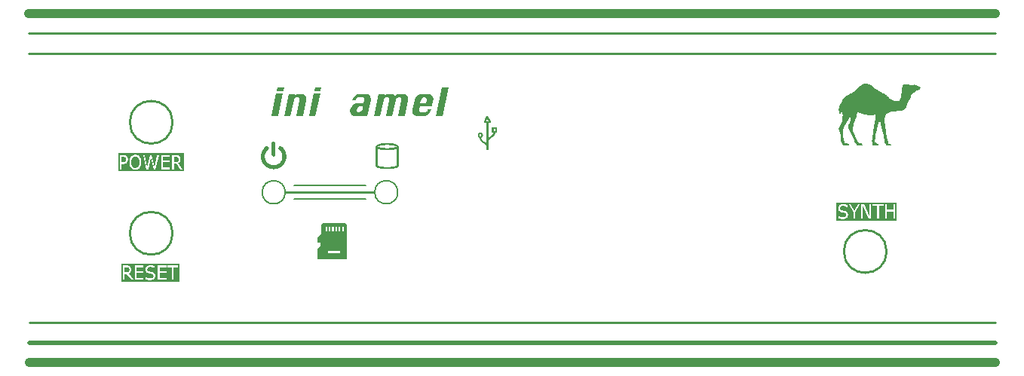
<source format=gbr>
%TF.GenerationSoftware,KiCad,Pcbnew,8.0.8*%
%TF.CreationDate,2025-02-26T19:38:44-05:00*%
%TF.ProjectId,MiniCamel_FrontPlate,4d696e69-4361-46d6-956c-5f46726f6e74,rev?*%
%TF.SameCoordinates,Original*%
%TF.FileFunction,Legend,Top*%
%TF.FilePolarity,Positive*%
%FSLAX46Y46*%
G04 Gerber Fmt 4.6, Leading zero omitted, Abs format (unit mm)*
G04 Created by KiCad (PCBNEW 8.0.8) date 2025-02-26 19:38:44*
%MOMM*%
%LPD*%
G01*
G04 APERTURE LIST*
%ADD10C,0.250000*%
%ADD11C,0.000000*%
%ADD12C,0.150000*%
%ADD13C,0.200000*%
%ADD14C,0.254000*%
%ADD15C,1.000000*%
%ADD16C,0.500000*%
%ADD17C,0.600000*%
%ADD18C,0.175000*%
G04 APERTURE END LIST*
D10*
X116390000Y-91125000D02*
X106459995Y-91125000D01*
D11*
G36*
X105097521Y-85442643D02*
G01*
X105108598Y-85443467D01*
X105119580Y-85444831D01*
X105130450Y-85446728D01*
X105141189Y-85449149D01*
X105151778Y-85452088D01*
X105162199Y-85455536D01*
X105172434Y-85459486D01*
X105182464Y-85463930D01*
X105192271Y-85468861D01*
X105201837Y-85474271D01*
X105211142Y-85480152D01*
X105220169Y-85486497D01*
X105228899Y-85493298D01*
X105237314Y-85500547D01*
X105245394Y-85508237D01*
X105253084Y-85516319D01*
X105260334Y-85524733D01*
X105267134Y-85533463D01*
X105273479Y-85542491D01*
X105279360Y-85551796D01*
X105284770Y-85561362D01*
X105289701Y-85571169D01*
X105294145Y-85581199D01*
X105298095Y-85591434D01*
X105301543Y-85601855D01*
X105304482Y-85612444D01*
X105306904Y-85623183D01*
X105308800Y-85634052D01*
X105310165Y-85645034D01*
X105310989Y-85656111D01*
X105311265Y-85667263D01*
X105311265Y-86884346D01*
X105310964Y-86895490D01*
X105310117Y-86906557D01*
X105308732Y-86917529D01*
X105306817Y-86928389D01*
X105304379Y-86939116D01*
X105301426Y-86949694D01*
X105297965Y-86960104D01*
X105294005Y-86970328D01*
X105289552Y-86980347D01*
X105284615Y-86990144D01*
X105279201Y-86999699D01*
X105273317Y-87008995D01*
X105266971Y-87018013D01*
X105260172Y-87026735D01*
X105252926Y-87035142D01*
X105245241Y-87043218D01*
X105237166Y-87050903D01*
X105228758Y-87058149D01*
X105220036Y-87064948D01*
X105211018Y-87071294D01*
X105201722Y-87077177D01*
X105192167Y-87082592D01*
X105182371Y-87087529D01*
X105172352Y-87091982D01*
X105162128Y-87095942D01*
X105151718Y-87099403D01*
X105141140Y-87102356D01*
X105130412Y-87104794D01*
X105119553Y-87106709D01*
X105108580Y-87108094D01*
X105097513Y-87108941D01*
X105086369Y-87109242D01*
X105075225Y-87108941D01*
X105064158Y-87108094D01*
X105053186Y-87106709D01*
X105042327Y-87104794D01*
X105031599Y-87102356D01*
X105021021Y-87099403D01*
X105010611Y-87095942D01*
X105000387Y-87091982D01*
X104990368Y-87087529D01*
X104980571Y-87082592D01*
X104971016Y-87077177D01*
X104961720Y-87071294D01*
X104952702Y-87064948D01*
X104943980Y-87058149D01*
X104935573Y-87050903D01*
X104927497Y-87043218D01*
X104919813Y-87035142D01*
X104912567Y-87026735D01*
X104905767Y-87018013D01*
X104899422Y-87008995D01*
X104893538Y-86999699D01*
X104888124Y-86990144D01*
X104883186Y-86980347D01*
X104878734Y-86970328D01*
X104874773Y-86960104D01*
X104871312Y-86949694D01*
X104868359Y-86939116D01*
X104865921Y-86928389D01*
X104864006Y-86917529D01*
X104862621Y-86906557D01*
X104861775Y-86895490D01*
X104861473Y-86884346D01*
X104861473Y-85667263D01*
X104861750Y-85656111D01*
X104862574Y-85645034D01*
X104863938Y-85634052D01*
X104865835Y-85623183D01*
X104868256Y-85612444D01*
X104871195Y-85601855D01*
X104874643Y-85591434D01*
X104878593Y-85581199D01*
X104883038Y-85571169D01*
X104887968Y-85561362D01*
X104893378Y-85551796D01*
X104899259Y-85542491D01*
X104905604Y-85533463D01*
X104912405Y-85524733D01*
X104919654Y-85516319D01*
X104927344Y-85508237D01*
X104935425Y-85500547D01*
X104943839Y-85493298D01*
X104952569Y-85486497D01*
X104961596Y-85480152D01*
X104970902Y-85474271D01*
X104980467Y-85468861D01*
X104990274Y-85463930D01*
X105000304Y-85459486D01*
X105010539Y-85455536D01*
X105020961Y-85452088D01*
X105031550Y-85449149D01*
X105042289Y-85446728D01*
X105053158Y-85444831D01*
X105064141Y-85443467D01*
X105075217Y-85442643D01*
X105086369Y-85442367D01*
X105097521Y-85442643D01*
G37*
D12*
X115424998Y-90375000D02*
X107424998Y-90375000D01*
D10*
X186110000Y-75519196D02*
X77610000Y-75519172D01*
D13*
X119040000Y-91125000D02*
G75*
G02*
X116440000Y-91125000I-1300000J0D01*
G01*
X116440000Y-91125000D02*
G75*
G02*
X119040000Y-91125000I1300000J0D01*
G01*
D12*
X115424998Y-91875000D02*
X107424998Y-91875000D01*
D13*
X106400000Y-91135000D02*
G75*
G02*
X103800000Y-91135000I-1300000J0D01*
G01*
X103800000Y-91135000D02*
G75*
G02*
X106400000Y-91135000I1300000J0D01*
G01*
D14*
X93750000Y-95740000D02*
G75*
G02*
X88950000Y-95740000I-2400000J0D01*
G01*
X88950000Y-95740000D02*
G75*
G02*
X93750000Y-95740000I2400000J0D01*
G01*
D10*
X186110000Y-73269196D02*
X77610000Y-73269172D01*
D11*
G36*
X113061360Y-94606345D02*
G01*
X113075043Y-94607363D01*
X113088609Y-94609049D01*
X113102036Y-94611391D01*
X113115301Y-94614383D01*
X113128382Y-94618012D01*
X113141255Y-94622272D01*
X113153898Y-94627151D01*
X113166289Y-94632641D01*
X113178403Y-94638732D01*
X113190220Y-94645415D01*
X113201715Y-94652680D01*
X113212866Y-94660518D01*
X113223650Y-94668919D01*
X113234045Y-94677874D01*
X113244027Y-94687373D01*
X113253527Y-94697356D01*
X113262482Y-94707751D01*
X113270883Y-94718535D01*
X113278721Y-94729686D01*
X113285986Y-94741181D01*
X113292669Y-94752997D01*
X113298760Y-94765112D01*
X113304250Y-94777502D01*
X113309129Y-94790145D01*
X113313388Y-94803019D01*
X113317018Y-94816100D01*
X113320009Y-94829365D01*
X113322352Y-94842792D01*
X113324037Y-94856358D01*
X113325055Y-94870041D01*
X113325397Y-94883816D01*
X113325397Y-98495379D01*
X113325169Y-98504563D01*
X113324491Y-98513684D01*
X113323367Y-98522729D01*
X113321805Y-98531680D01*
X113319811Y-98540524D01*
X113317391Y-98549244D01*
X113314552Y-98557826D01*
X113311299Y-98566255D01*
X113307639Y-98574515D01*
X113303578Y-98582592D01*
X113299123Y-98590469D01*
X113294280Y-98598133D01*
X113289055Y-98605567D01*
X113283454Y-98612756D01*
X113277484Y-98619686D01*
X113271151Y-98626341D01*
X113264496Y-98632674D01*
X113257566Y-98638644D01*
X113250376Y-98644245D01*
X113242942Y-98649470D01*
X113235279Y-98654313D01*
X113227402Y-98658768D01*
X113219325Y-98662829D01*
X113211065Y-98666489D01*
X113202636Y-98669742D01*
X113194054Y-98672581D01*
X113185333Y-98675001D01*
X113176490Y-98676996D01*
X113167538Y-98678557D01*
X113158494Y-98679681D01*
X113149373Y-98680359D01*
X113140189Y-98680587D01*
X110176855Y-98680587D01*
X110167671Y-98680359D01*
X110158550Y-98679681D01*
X110149506Y-98678557D01*
X110140554Y-98676996D01*
X110131711Y-98675001D01*
X110122990Y-98672581D01*
X110114408Y-98669742D01*
X110105979Y-98666489D01*
X110097719Y-98662829D01*
X110089643Y-98658768D01*
X110081765Y-98654313D01*
X110074102Y-98649470D01*
X110066668Y-98644245D01*
X110059478Y-98638644D01*
X110052548Y-98632674D01*
X110045893Y-98626341D01*
X110039560Y-98619686D01*
X110033590Y-98612756D01*
X110027989Y-98605567D01*
X110022764Y-98598133D01*
X110017921Y-98590469D01*
X110013466Y-98582592D01*
X110009405Y-98574515D01*
X110005745Y-98566255D01*
X110002492Y-98557826D01*
X109999653Y-98549244D01*
X109997233Y-98540524D01*
X109995239Y-98531680D01*
X109993677Y-98522729D01*
X109992553Y-98513684D01*
X109991875Y-98504563D01*
X109991647Y-98495379D01*
X109991647Y-97893452D01*
X111195501Y-97893452D01*
X111195558Y-97895748D01*
X111195728Y-97898028D01*
X111196008Y-97900289D01*
X111196399Y-97902527D01*
X111196897Y-97904738D01*
X111197502Y-97906918D01*
X111198212Y-97909063D01*
X111199026Y-97911171D01*
X111199941Y-97913236D01*
X111200956Y-97915255D01*
X111202069Y-97917224D01*
X111203280Y-97919140D01*
X111204587Y-97920999D01*
X111205987Y-97922796D01*
X111207479Y-97924529D01*
X111209063Y-97926192D01*
X111210726Y-97927776D01*
X111212459Y-97929268D01*
X111214256Y-97930668D01*
X111216115Y-97931975D01*
X111218031Y-97933185D01*
X111220000Y-97934299D01*
X111222019Y-97935314D01*
X111224084Y-97936229D01*
X111226191Y-97937043D01*
X111228337Y-97937752D01*
X111230517Y-97938357D01*
X111232728Y-97938856D01*
X111234966Y-97939246D01*
X111237227Y-97939527D01*
X111239507Y-97939697D01*
X111241803Y-97939754D01*
X112538262Y-97939754D01*
X112540558Y-97939697D01*
X112542838Y-97939527D01*
X112545099Y-97939246D01*
X112547337Y-97938856D01*
X112549548Y-97938357D01*
X112551728Y-97937752D01*
X112553873Y-97937043D01*
X112555980Y-97936229D01*
X112558045Y-97935314D01*
X112560065Y-97934299D01*
X112562034Y-97933185D01*
X112563950Y-97931975D01*
X112565808Y-97930668D01*
X112567606Y-97929268D01*
X112569338Y-97927776D01*
X112571002Y-97926192D01*
X112572585Y-97924529D01*
X112574078Y-97922796D01*
X112575478Y-97920999D01*
X112576784Y-97919140D01*
X112577995Y-97917224D01*
X112579109Y-97915255D01*
X112580124Y-97913236D01*
X112581039Y-97911171D01*
X112581852Y-97909063D01*
X112582562Y-97906918D01*
X112583167Y-97904738D01*
X112583666Y-97902527D01*
X112584056Y-97900289D01*
X112584337Y-97898028D01*
X112584507Y-97895748D01*
X112584563Y-97893452D01*
X112584563Y-97800848D01*
X112584507Y-97798552D01*
X112584337Y-97796271D01*
X112584056Y-97794010D01*
X112583666Y-97791772D01*
X112583167Y-97789562D01*
X112582562Y-97787381D01*
X112581852Y-97785236D01*
X112581039Y-97783129D01*
X112580124Y-97781064D01*
X112579109Y-97779044D01*
X112577995Y-97777075D01*
X112576784Y-97775159D01*
X112575478Y-97773301D01*
X112574078Y-97771503D01*
X112572585Y-97769771D01*
X112571002Y-97768107D01*
X112569338Y-97766524D01*
X112567606Y-97765031D01*
X112565808Y-97763631D01*
X112563950Y-97762325D01*
X112562034Y-97761114D01*
X112560065Y-97760000D01*
X112558045Y-97758985D01*
X112555980Y-97758070D01*
X112553873Y-97757257D01*
X112551728Y-97756547D01*
X112549548Y-97755942D01*
X112547337Y-97755443D01*
X112545099Y-97755053D01*
X112542838Y-97754772D01*
X112540558Y-97754602D01*
X112538262Y-97754546D01*
X111241803Y-97754546D01*
X111239507Y-97754602D01*
X111237227Y-97754772D01*
X111234966Y-97755053D01*
X111232728Y-97755443D01*
X111230517Y-97755942D01*
X111228337Y-97756547D01*
X111226191Y-97757257D01*
X111224084Y-97758070D01*
X111222019Y-97758985D01*
X111220000Y-97760000D01*
X111218031Y-97761114D01*
X111216115Y-97762325D01*
X111214256Y-97763631D01*
X111212459Y-97765031D01*
X111210726Y-97766524D01*
X111209063Y-97768107D01*
X111207479Y-97769771D01*
X111205987Y-97771503D01*
X111204587Y-97773301D01*
X111203280Y-97775159D01*
X111202069Y-97777075D01*
X111200956Y-97779044D01*
X111199941Y-97781064D01*
X111199026Y-97783129D01*
X111198212Y-97785236D01*
X111197502Y-97787381D01*
X111196897Y-97789562D01*
X111196399Y-97791772D01*
X111196008Y-97794010D01*
X111195728Y-97796271D01*
X111195558Y-97798552D01*
X111195501Y-97800848D01*
X111195501Y-97893452D01*
X109991647Y-97893452D01*
X109991647Y-97800848D01*
X109991647Y-97588506D01*
X109991819Y-97581623D01*
X109992329Y-97574787D01*
X109993172Y-97568008D01*
X109994343Y-97561300D01*
X109995838Y-97554671D01*
X109997652Y-97548136D01*
X109999780Y-97541703D01*
X110002218Y-97535386D01*
X110004960Y-97529195D01*
X110008003Y-97523141D01*
X110011342Y-97517236D01*
X110014971Y-97511492D01*
X110018886Y-97505920D01*
X110023082Y-97500530D01*
X110027555Y-97495335D01*
X110032300Y-97490346D01*
X110362064Y-97160583D01*
X110362064Y-96828504D01*
X110084251Y-96828504D01*
X110079659Y-96828390D01*
X110075098Y-96828051D01*
X110070576Y-96827489D01*
X110066101Y-96826708D01*
X110061679Y-96825711D01*
X110057319Y-96824501D01*
X110053028Y-96823081D01*
X110048813Y-96821455D01*
X110044683Y-96819625D01*
X110040645Y-96817595D01*
X110036706Y-96815367D01*
X110032874Y-96812945D01*
X110029157Y-96810333D01*
X110025563Y-96807532D01*
X110022098Y-96804547D01*
X110018770Y-96801381D01*
X110015604Y-96798053D01*
X110012619Y-96794588D01*
X110009818Y-96790994D01*
X110007206Y-96787277D01*
X110004784Y-96783445D01*
X110002556Y-96779506D01*
X110000526Y-96775468D01*
X109998696Y-96771338D01*
X109997070Y-96767123D01*
X109995650Y-96762832D01*
X109994440Y-96758472D01*
X109993443Y-96754050D01*
X109992662Y-96749575D01*
X109992100Y-96745053D01*
X109991761Y-96740492D01*
X109991647Y-96735900D01*
X109991647Y-96292141D01*
X109991815Y-96285251D01*
X109992321Y-96278409D01*
X109993161Y-96271624D01*
X109994329Y-96264909D01*
X109995822Y-96258275D01*
X109997635Y-96251732D01*
X109999762Y-96245294D01*
X110002200Y-96238970D01*
X110004943Y-96232773D01*
X110007987Y-96226713D01*
X110011327Y-96220803D01*
X110014958Y-96215053D01*
X110018875Y-96209475D01*
X110023075Y-96204081D01*
X110027551Y-96198881D01*
X110032300Y-96193887D01*
X110454668Y-95771520D01*
X110454668Y-95485744D01*
X110917689Y-95485744D01*
X110917746Y-95488040D01*
X110917915Y-95490320D01*
X110918196Y-95492581D01*
X110918587Y-95494819D01*
X110919085Y-95497030D01*
X110919690Y-95499210D01*
X110920400Y-95501355D01*
X110921213Y-95503463D01*
X110922128Y-95505528D01*
X110923143Y-95507547D01*
X110924257Y-95509516D01*
X110925468Y-95511432D01*
X110926774Y-95513290D01*
X110928174Y-95515088D01*
X110929667Y-95516820D01*
X110931250Y-95518484D01*
X110932914Y-95520067D01*
X110934646Y-95521560D01*
X110936444Y-95522960D01*
X110938302Y-95524266D01*
X110940218Y-95525477D01*
X110942188Y-95526591D01*
X110944207Y-95527606D01*
X110946272Y-95528521D01*
X110948379Y-95529334D01*
X110950524Y-95530044D01*
X110952705Y-95530649D01*
X110954915Y-95531148D01*
X110957153Y-95531538D01*
X110959414Y-95531819D01*
X110961695Y-95531989D01*
X110963991Y-95532046D01*
X111056595Y-95532046D01*
X111058891Y-95531989D01*
X111061171Y-95531819D01*
X111063432Y-95531538D01*
X111065670Y-95531148D01*
X111067881Y-95530649D01*
X111070061Y-95530044D01*
X111072207Y-95529334D01*
X111074314Y-95528521D01*
X111076379Y-95527606D01*
X111078398Y-95526591D01*
X111080367Y-95525477D01*
X111082283Y-95524266D01*
X111084142Y-95522960D01*
X111085939Y-95521560D01*
X111087672Y-95520067D01*
X111089335Y-95518484D01*
X111090919Y-95516820D01*
X111092411Y-95515088D01*
X111093811Y-95513290D01*
X111095118Y-95511432D01*
X111096329Y-95509516D01*
X111097442Y-95507547D01*
X111098458Y-95505528D01*
X111099372Y-95503463D01*
X111100186Y-95501355D01*
X111100896Y-95499210D01*
X111101501Y-95497030D01*
X111101999Y-95494819D01*
X111102390Y-95492581D01*
X111102670Y-95490320D01*
X111102840Y-95488040D01*
X111102897Y-95485744D01*
X111288105Y-95485744D01*
X111288162Y-95488040D01*
X111288332Y-95490320D01*
X111288613Y-95492581D01*
X111289003Y-95494819D01*
X111289502Y-95497030D01*
X111290107Y-95499210D01*
X111290817Y-95501355D01*
X111291630Y-95503463D01*
X111292545Y-95505528D01*
X111293560Y-95507547D01*
X111294674Y-95509516D01*
X111295885Y-95511432D01*
X111297191Y-95513290D01*
X111298591Y-95515088D01*
X111300084Y-95516820D01*
X111301667Y-95518484D01*
X111303331Y-95520067D01*
X111305063Y-95521560D01*
X111306860Y-95522960D01*
X111308719Y-95524266D01*
X111310635Y-95525477D01*
X111312604Y-95526591D01*
X111314623Y-95527606D01*
X111316688Y-95528521D01*
X111318796Y-95529334D01*
X111320941Y-95530044D01*
X111323121Y-95530649D01*
X111325332Y-95531148D01*
X111327570Y-95531538D01*
X111329831Y-95531819D01*
X111332111Y-95531989D01*
X111334407Y-95532046D01*
X111427012Y-95532046D01*
X111429308Y-95531989D01*
X111431588Y-95531819D01*
X111433849Y-95531538D01*
X111436087Y-95531148D01*
X111438298Y-95530649D01*
X111440478Y-95530044D01*
X111442623Y-95529334D01*
X111444731Y-95528521D01*
X111446796Y-95527606D01*
X111448815Y-95526591D01*
X111450784Y-95525477D01*
X111452700Y-95524266D01*
X111454558Y-95522960D01*
X111456356Y-95521560D01*
X111458088Y-95520067D01*
X111459752Y-95518484D01*
X111461335Y-95516820D01*
X111462828Y-95515088D01*
X111464228Y-95513290D01*
X111465534Y-95511432D01*
X111466745Y-95509516D01*
X111467859Y-95507547D01*
X111468874Y-95505528D01*
X111469789Y-95503463D01*
X111470602Y-95501355D01*
X111471312Y-95499210D01*
X111471917Y-95497030D01*
X111472416Y-95494819D01*
X111472806Y-95492581D01*
X111473087Y-95490320D01*
X111473257Y-95488040D01*
X111473314Y-95485744D01*
X111658522Y-95485744D01*
X111658579Y-95488040D01*
X111658748Y-95490320D01*
X111659029Y-95492581D01*
X111659420Y-95494819D01*
X111659918Y-95497030D01*
X111660523Y-95499210D01*
X111661233Y-95501355D01*
X111662046Y-95503463D01*
X111662961Y-95505528D01*
X111663977Y-95507547D01*
X111665090Y-95509516D01*
X111666301Y-95511432D01*
X111667607Y-95513290D01*
X111669008Y-95515088D01*
X111670500Y-95516820D01*
X111672083Y-95518484D01*
X111673747Y-95520067D01*
X111675480Y-95521560D01*
X111677277Y-95522960D01*
X111679136Y-95524266D01*
X111681051Y-95525477D01*
X111683021Y-95526591D01*
X111685040Y-95527606D01*
X111687105Y-95528521D01*
X111689212Y-95529334D01*
X111691358Y-95530044D01*
X111693538Y-95530649D01*
X111695749Y-95531148D01*
X111697987Y-95531538D01*
X111700248Y-95531819D01*
X111702528Y-95531989D01*
X111704824Y-95532046D01*
X111797428Y-95532046D01*
X111799724Y-95531989D01*
X111802005Y-95531819D01*
X111804266Y-95531538D01*
X111806503Y-95531148D01*
X111808714Y-95530649D01*
X111810894Y-95530044D01*
X111813040Y-95529334D01*
X111815147Y-95528521D01*
X111817212Y-95527606D01*
X111819231Y-95526591D01*
X111821201Y-95525477D01*
X111823117Y-95524266D01*
X111824975Y-95522960D01*
X111826773Y-95521560D01*
X111828505Y-95520067D01*
X111830169Y-95518484D01*
X111831752Y-95516820D01*
X111833245Y-95515088D01*
X111834645Y-95513290D01*
X111835951Y-95511432D01*
X111837162Y-95509516D01*
X111838276Y-95507547D01*
X111839291Y-95505528D01*
X111840206Y-95503463D01*
X111841019Y-95501355D01*
X111841729Y-95499210D01*
X111842334Y-95497030D01*
X111842832Y-95494819D01*
X111843223Y-95492581D01*
X111843504Y-95490320D01*
X111843673Y-95488040D01*
X111843730Y-95485744D01*
X112028939Y-95485744D01*
X112028995Y-95488040D01*
X112029165Y-95490320D01*
X112029446Y-95492581D01*
X112029836Y-95494819D01*
X112030335Y-95497030D01*
X112030940Y-95499210D01*
X112031650Y-95501355D01*
X112032463Y-95503463D01*
X112033378Y-95505528D01*
X112034393Y-95507547D01*
X112035507Y-95509516D01*
X112036718Y-95511432D01*
X112038024Y-95513290D01*
X112039424Y-95515088D01*
X112040917Y-95516820D01*
X112042500Y-95518484D01*
X112044164Y-95520067D01*
X112045896Y-95521560D01*
X112047694Y-95522960D01*
X112049552Y-95524266D01*
X112051468Y-95525477D01*
X112053437Y-95526591D01*
X112055457Y-95527606D01*
X112057522Y-95528521D01*
X112059629Y-95529334D01*
X112061774Y-95530044D01*
X112063954Y-95530649D01*
X112066165Y-95531148D01*
X112068403Y-95531538D01*
X112070664Y-95531819D01*
X112072945Y-95531989D01*
X112075241Y-95532046D01*
X112167845Y-95532046D01*
X112170141Y-95531989D01*
X112172421Y-95531819D01*
X112174682Y-95531538D01*
X112176920Y-95531148D01*
X112179131Y-95530649D01*
X112181311Y-95530044D01*
X112183457Y-95529334D01*
X112185564Y-95528521D01*
X112187629Y-95527606D01*
X112189648Y-95526591D01*
X112191617Y-95525477D01*
X112193533Y-95524266D01*
X112195392Y-95522960D01*
X112197189Y-95521560D01*
X112198922Y-95520067D01*
X112200585Y-95518484D01*
X112202169Y-95516820D01*
X112203661Y-95515088D01*
X112205061Y-95513290D01*
X112206368Y-95511432D01*
X112207578Y-95509516D01*
X112208692Y-95507547D01*
X112209707Y-95505528D01*
X112210622Y-95503463D01*
X112211436Y-95501355D01*
X112212145Y-95499210D01*
X112212750Y-95497030D01*
X112213249Y-95494819D01*
X112213639Y-95492581D01*
X112213920Y-95490320D01*
X112214090Y-95488040D01*
X112214147Y-95485744D01*
X112399355Y-95485744D01*
X112399412Y-95488040D01*
X112399582Y-95490320D01*
X112399863Y-95492581D01*
X112400253Y-95494819D01*
X112400752Y-95497030D01*
X112401357Y-95499210D01*
X112402067Y-95501355D01*
X112402880Y-95503463D01*
X112403795Y-95505528D01*
X112404810Y-95507547D01*
X112405924Y-95509516D01*
X112407134Y-95511432D01*
X112408441Y-95513290D01*
X112409841Y-95515088D01*
X112411333Y-95516820D01*
X112412917Y-95518484D01*
X112414580Y-95520067D01*
X112416313Y-95521560D01*
X112418110Y-95522960D01*
X112419969Y-95524266D01*
X112421885Y-95525477D01*
X112423854Y-95526591D01*
X112425873Y-95527606D01*
X112427938Y-95528521D01*
X112430046Y-95529334D01*
X112432191Y-95530044D01*
X112434371Y-95530649D01*
X112436582Y-95531148D01*
X112438820Y-95531538D01*
X112441081Y-95531819D01*
X112443361Y-95531989D01*
X112445657Y-95532046D01*
X112538262Y-95532046D01*
X112540558Y-95531989D01*
X112542838Y-95531819D01*
X112545099Y-95531538D01*
X112547337Y-95531148D01*
X112549548Y-95530649D01*
X112551728Y-95530044D01*
X112553873Y-95529334D01*
X112555980Y-95528521D01*
X112558045Y-95527606D01*
X112560065Y-95526591D01*
X112562034Y-95525477D01*
X112563950Y-95524266D01*
X112565808Y-95522960D01*
X112567606Y-95521560D01*
X112569338Y-95520067D01*
X112571002Y-95518484D01*
X112572585Y-95516820D01*
X112574078Y-95515088D01*
X112575478Y-95513290D01*
X112576784Y-95511432D01*
X112577995Y-95509516D01*
X112579109Y-95507547D01*
X112580124Y-95505528D01*
X112581039Y-95503463D01*
X112581852Y-95501355D01*
X112582562Y-95499210D01*
X112583167Y-95497030D01*
X112583666Y-95494819D01*
X112584056Y-95492581D01*
X112584337Y-95490320D01*
X112584507Y-95488040D01*
X112584563Y-95485744D01*
X112769772Y-95485744D01*
X112769829Y-95488040D01*
X112769998Y-95490320D01*
X112770279Y-95492581D01*
X112770670Y-95494819D01*
X112771168Y-95497030D01*
X112771773Y-95499210D01*
X112772483Y-95501355D01*
X112773296Y-95503463D01*
X112774211Y-95505528D01*
X112775226Y-95507547D01*
X112776340Y-95509516D01*
X112777551Y-95511432D01*
X112778857Y-95513290D01*
X112780257Y-95515088D01*
X112781750Y-95516820D01*
X112783333Y-95518484D01*
X112784997Y-95520067D01*
X112786730Y-95521560D01*
X112788527Y-95522960D01*
X112790386Y-95524266D01*
X112792301Y-95525477D01*
X112794271Y-95526591D01*
X112796290Y-95527606D01*
X112798355Y-95528521D01*
X112800462Y-95529334D01*
X112802608Y-95530044D01*
X112804788Y-95530649D01*
X112806999Y-95531148D01*
X112809237Y-95531538D01*
X112811498Y-95531819D01*
X112813778Y-95531989D01*
X112816074Y-95532046D01*
X112908678Y-95532046D01*
X112910974Y-95531989D01*
X112913254Y-95531819D01*
X112915515Y-95531538D01*
X112917753Y-95531148D01*
X112919964Y-95530649D01*
X112922144Y-95530044D01*
X112924290Y-95529334D01*
X112926397Y-95528521D01*
X112928462Y-95527606D01*
X112930481Y-95526591D01*
X112932451Y-95525477D01*
X112934367Y-95524266D01*
X112936225Y-95522960D01*
X112938022Y-95521560D01*
X112939755Y-95520067D01*
X112941419Y-95518484D01*
X112943002Y-95516820D01*
X112944495Y-95515088D01*
X112945895Y-95513290D01*
X112947201Y-95511432D01*
X112948412Y-95509516D01*
X112949526Y-95507547D01*
X112950541Y-95505528D01*
X112951456Y-95503463D01*
X112952269Y-95501355D01*
X112952979Y-95499210D01*
X112953584Y-95497030D01*
X112954082Y-95494819D01*
X112954473Y-95492581D01*
X112954754Y-95490320D01*
X112954923Y-95488040D01*
X112954980Y-95485744D01*
X112954980Y-95022723D01*
X112954923Y-95020427D01*
X112954754Y-95018146D01*
X112954473Y-95015885D01*
X112954082Y-95013647D01*
X112953584Y-95011437D01*
X112952979Y-95009256D01*
X112952269Y-95007111D01*
X112951456Y-95005004D01*
X112950541Y-95002939D01*
X112949526Y-95000920D01*
X112948412Y-94998950D01*
X112947201Y-94997034D01*
X112945895Y-94995176D01*
X112944495Y-94993378D01*
X112943002Y-94991646D01*
X112941419Y-94989982D01*
X112939755Y-94988399D01*
X112938022Y-94986906D01*
X112936225Y-94985506D01*
X112934367Y-94984200D01*
X112932451Y-94982989D01*
X112930481Y-94981875D01*
X112928462Y-94980860D01*
X112926397Y-94979945D01*
X112924290Y-94979132D01*
X112922144Y-94978422D01*
X112919964Y-94977817D01*
X112917753Y-94977319D01*
X112915515Y-94976928D01*
X112913254Y-94976647D01*
X112910974Y-94976478D01*
X112908678Y-94976421D01*
X112816074Y-94976421D01*
X112813778Y-94976478D01*
X112811498Y-94976647D01*
X112809237Y-94976928D01*
X112806999Y-94977319D01*
X112804788Y-94977817D01*
X112802608Y-94978422D01*
X112800462Y-94979132D01*
X112798355Y-94979945D01*
X112796290Y-94980860D01*
X112794271Y-94981875D01*
X112792301Y-94982989D01*
X112790386Y-94984200D01*
X112788527Y-94985506D01*
X112786730Y-94986906D01*
X112784997Y-94988399D01*
X112783333Y-94989982D01*
X112781750Y-94991646D01*
X112780257Y-94993378D01*
X112778857Y-94995176D01*
X112777551Y-94997034D01*
X112776340Y-94998950D01*
X112775226Y-95000920D01*
X112774211Y-95002939D01*
X112773296Y-95005004D01*
X112772483Y-95007111D01*
X112771773Y-95009256D01*
X112771168Y-95011437D01*
X112770670Y-95013647D01*
X112770279Y-95015885D01*
X112769998Y-95018146D01*
X112769829Y-95020427D01*
X112769772Y-95022723D01*
X112769772Y-95485744D01*
X112584563Y-95485744D01*
X112584563Y-95022723D01*
X112584507Y-95020427D01*
X112584337Y-95018146D01*
X112584056Y-95015885D01*
X112583666Y-95013647D01*
X112583167Y-95011437D01*
X112582562Y-95009256D01*
X112581852Y-95007111D01*
X112581039Y-95005004D01*
X112580124Y-95002939D01*
X112579109Y-95000920D01*
X112577995Y-94998950D01*
X112576784Y-94997034D01*
X112575478Y-94995176D01*
X112574078Y-94993378D01*
X112572585Y-94991646D01*
X112571002Y-94989982D01*
X112569338Y-94988399D01*
X112567606Y-94986906D01*
X112565808Y-94985506D01*
X112563950Y-94984200D01*
X112562034Y-94982989D01*
X112560065Y-94981875D01*
X112558045Y-94980860D01*
X112555980Y-94979945D01*
X112553873Y-94979132D01*
X112551728Y-94978422D01*
X112549548Y-94977817D01*
X112547337Y-94977319D01*
X112545099Y-94976928D01*
X112542838Y-94976647D01*
X112540558Y-94976478D01*
X112538262Y-94976421D01*
X112445657Y-94976421D01*
X112443361Y-94976478D01*
X112441081Y-94976647D01*
X112438820Y-94976928D01*
X112436582Y-94977319D01*
X112434371Y-94977817D01*
X112432191Y-94978422D01*
X112430046Y-94979132D01*
X112427938Y-94979945D01*
X112425873Y-94980860D01*
X112423854Y-94981875D01*
X112421885Y-94982989D01*
X112419969Y-94984200D01*
X112418110Y-94985506D01*
X112416313Y-94986906D01*
X112414580Y-94988399D01*
X112412917Y-94989982D01*
X112411333Y-94991646D01*
X112409841Y-94993378D01*
X112408441Y-94995176D01*
X112407134Y-94997034D01*
X112405924Y-94998950D01*
X112404810Y-95000920D01*
X112403795Y-95002939D01*
X112402880Y-95005004D01*
X112402067Y-95007111D01*
X112401357Y-95009256D01*
X112400752Y-95011437D01*
X112400253Y-95013647D01*
X112399863Y-95015885D01*
X112399582Y-95018146D01*
X112399412Y-95020427D01*
X112399355Y-95022723D01*
X112399355Y-95485744D01*
X112214147Y-95485744D01*
X112214147Y-95022723D01*
X112214090Y-95020427D01*
X112213920Y-95018146D01*
X112213639Y-95015885D01*
X112213249Y-95013647D01*
X112212750Y-95011437D01*
X112212145Y-95009256D01*
X112211436Y-95007111D01*
X112210622Y-95005004D01*
X112209707Y-95002939D01*
X112208692Y-95000920D01*
X112207578Y-94998950D01*
X112206368Y-94997034D01*
X112205061Y-94995176D01*
X112203661Y-94993378D01*
X112202169Y-94991646D01*
X112200585Y-94989982D01*
X112198922Y-94988399D01*
X112197189Y-94986906D01*
X112195392Y-94985506D01*
X112193533Y-94984200D01*
X112191617Y-94982989D01*
X112189648Y-94981875D01*
X112187629Y-94980860D01*
X112185564Y-94979945D01*
X112183457Y-94979132D01*
X112181311Y-94978422D01*
X112179131Y-94977817D01*
X112176920Y-94977319D01*
X112174682Y-94976928D01*
X112172421Y-94976647D01*
X112170141Y-94976478D01*
X112167845Y-94976421D01*
X112075241Y-94976421D01*
X112072945Y-94976478D01*
X112070664Y-94976647D01*
X112068403Y-94976928D01*
X112066165Y-94977319D01*
X112063954Y-94977817D01*
X112061774Y-94978422D01*
X112059629Y-94979132D01*
X112057522Y-94979945D01*
X112055457Y-94980860D01*
X112053437Y-94981875D01*
X112051468Y-94982989D01*
X112049552Y-94984200D01*
X112047694Y-94985506D01*
X112045896Y-94986906D01*
X112044164Y-94988399D01*
X112042500Y-94989982D01*
X112040917Y-94991646D01*
X112039424Y-94993378D01*
X112038024Y-94995176D01*
X112036718Y-94997034D01*
X112035507Y-94998950D01*
X112034393Y-95000920D01*
X112033378Y-95002939D01*
X112032463Y-95005004D01*
X112031650Y-95007111D01*
X112030940Y-95009256D01*
X112030335Y-95011437D01*
X112029836Y-95013647D01*
X112029446Y-95015885D01*
X112029165Y-95018146D01*
X112028995Y-95020427D01*
X112028939Y-95022723D01*
X112028939Y-95485744D01*
X111843730Y-95485744D01*
X111843730Y-95022723D01*
X111843673Y-95020427D01*
X111843504Y-95018146D01*
X111843223Y-95015885D01*
X111842832Y-95013647D01*
X111842334Y-95011437D01*
X111841729Y-95009256D01*
X111841019Y-95007111D01*
X111840206Y-95005004D01*
X111839291Y-95002939D01*
X111838276Y-95000920D01*
X111837162Y-94998950D01*
X111835951Y-94997034D01*
X111834645Y-94995176D01*
X111833245Y-94993378D01*
X111831752Y-94991646D01*
X111830169Y-94989982D01*
X111828505Y-94988399D01*
X111826773Y-94986906D01*
X111824975Y-94985506D01*
X111823117Y-94984200D01*
X111821201Y-94982989D01*
X111819231Y-94981875D01*
X111817212Y-94980860D01*
X111815147Y-94979945D01*
X111813040Y-94979132D01*
X111810894Y-94978422D01*
X111808714Y-94977817D01*
X111806503Y-94977319D01*
X111804266Y-94976928D01*
X111802005Y-94976647D01*
X111799724Y-94976478D01*
X111797428Y-94976421D01*
X111704824Y-94976421D01*
X111702528Y-94976478D01*
X111700248Y-94976647D01*
X111697987Y-94976928D01*
X111695749Y-94977319D01*
X111693538Y-94977817D01*
X111691358Y-94978422D01*
X111689212Y-94979132D01*
X111687105Y-94979945D01*
X111685040Y-94980860D01*
X111683021Y-94981875D01*
X111681051Y-94982989D01*
X111679136Y-94984200D01*
X111677277Y-94985506D01*
X111675480Y-94986906D01*
X111673747Y-94988399D01*
X111672083Y-94989982D01*
X111670500Y-94991646D01*
X111669008Y-94993378D01*
X111667607Y-94995176D01*
X111666301Y-94997034D01*
X111665090Y-94998950D01*
X111663977Y-95000920D01*
X111662961Y-95002939D01*
X111662046Y-95005004D01*
X111661233Y-95007111D01*
X111660523Y-95009256D01*
X111659918Y-95011437D01*
X111659420Y-95013647D01*
X111659029Y-95015885D01*
X111658748Y-95018146D01*
X111658579Y-95020427D01*
X111658522Y-95022723D01*
X111658522Y-95485744D01*
X111473314Y-95485744D01*
X111473314Y-95022723D01*
X111473257Y-95020427D01*
X111473087Y-95018146D01*
X111472806Y-95015885D01*
X111472416Y-95013647D01*
X111471917Y-95011437D01*
X111471312Y-95009256D01*
X111470602Y-95007111D01*
X111469789Y-95005004D01*
X111468874Y-95002939D01*
X111467859Y-95000920D01*
X111466745Y-94998950D01*
X111465534Y-94997034D01*
X111464228Y-94995176D01*
X111462828Y-94993378D01*
X111461335Y-94991646D01*
X111459752Y-94989982D01*
X111458088Y-94988399D01*
X111456356Y-94986906D01*
X111454558Y-94985506D01*
X111452700Y-94984200D01*
X111450784Y-94982989D01*
X111448815Y-94981875D01*
X111446796Y-94980860D01*
X111444731Y-94979945D01*
X111442623Y-94979132D01*
X111440478Y-94978422D01*
X111438298Y-94977817D01*
X111436087Y-94977319D01*
X111433849Y-94976928D01*
X111431588Y-94976647D01*
X111429308Y-94976478D01*
X111427012Y-94976421D01*
X111334407Y-94976421D01*
X111332111Y-94976478D01*
X111329831Y-94976647D01*
X111327570Y-94976928D01*
X111325332Y-94977319D01*
X111323121Y-94977817D01*
X111320941Y-94978422D01*
X111318796Y-94979132D01*
X111316688Y-94979945D01*
X111314623Y-94980860D01*
X111312604Y-94981875D01*
X111310635Y-94982989D01*
X111308719Y-94984200D01*
X111306860Y-94985506D01*
X111305063Y-94986906D01*
X111303331Y-94988399D01*
X111301667Y-94989982D01*
X111300084Y-94991646D01*
X111298591Y-94993378D01*
X111297191Y-94995176D01*
X111295885Y-94997034D01*
X111294674Y-94998950D01*
X111293560Y-95000920D01*
X111292545Y-95002939D01*
X111291630Y-95005004D01*
X111290817Y-95007111D01*
X111290107Y-95009256D01*
X111289502Y-95011437D01*
X111289003Y-95013647D01*
X111288613Y-95015885D01*
X111288332Y-95018146D01*
X111288162Y-95020427D01*
X111288105Y-95022723D01*
X111288105Y-95485744D01*
X111102897Y-95485744D01*
X111102897Y-95022723D01*
X111102840Y-95020427D01*
X111102670Y-95018146D01*
X111102390Y-95015885D01*
X111101999Y-95013647D01*
X111101501Y-95011437D01*
X111100896Y-95009256D01*
X111100186Y-95007111D01*
X111099372Y-95005004D01*
X111098458Y-95002939D01*
X111097442Y-95000920D01*
X111096329Y-94998950D01*
X111095118Y-94997034D01*
X111093811Y-94995176D01*
X111092411Y-94993378D01*
X111090919Y-94991646D01*
X111089335Y-94989982D01*
X111087672Y-94988399D01*
X111085939Y-94986906D01*
X111084142Y-94985506D01*
X111082283Y-94984200D01*
X111080367Y-94982989D01*
X111078398Y-94981875D01*
X111076379Y-94980860D01*
X111074314Y-94979945D01*
X111072207Y-94979132D01*
X111070061Y-94978422D01*
X111067881Y-94977817D01*
X111065670Y-94977319D01*
X111063432Y-94976928D01*
X111061171Y-94976647D01*
X111058891Y-94976478D01*
X111056595Y-94976421D01*
X110963991Y-94976421D01*
X110961695Y-94976478D01*
X110959414Y-94976647D01*
X110957153Y-94976928D01*
X110954915Y-94977319D01*
X110952705Y-94977817D01*
X110950524Y-94978422D01*
X110948379Y-94979132D01*
X110946272Y-94979945D01*
X110944207Y-94980860D01*
X110942188Y-94981875D01*
X110940218Y-94982989D01*
X110938302Y-94984200D01*
X110936444Y-94985506D01*
X110934646Y-94986906D01*
X110932914Y-94988399D01*
X110931250Y-94989982D01*
X110929667Y-94991646D01*
X110928174Y-94993378D01*
X110926774Y-94995176D01*
X110925468Y-94997034D01*
X110924257Y-94998950D01*
X110923143Y-95000920D01*
X110922128Y-95002939D01*
X110921213Y-95005004D01*
X110920400Y-95007111D01*
X110919690Y-95009256D01*
X110919085Y-95011437D01*
X110918587Y-95013647D01*
X110918196Y-95015885D01*
X110917915Y-95018146D01*
X110917746Y-95020427D01*
X110917689Y-95022723D01*
X110917689Y-95485744D01*
X110454668Y-95485744D01*
X110454668Y-95022723D01*
X110454668Y-94883817D01*
X110455009Y-94870041D01*
X110456027Y-94856358D01*
X110457712Y-94842792D01*
X110460055Y-94829365D01*
X110463046Y-94816100D01*
X110466676Y-94803019D01*
X110470936Y-94790146D01*
X110475815Y-94777502D01*
X110481305Y-94765112D01*
X110487396Y-94752997D01*
X110494079Y-94741181D01*
X110501344Y-94729686D01*
X110509181Y-94718535D01*
X110517582Y-94707751D01*
X110526538Y-94697356D01*
X110536037Y-94687373D01*
X110546020Y-94677874D01*
X110556414Y-94668919D01*
X110567199Y-94660518D01*
X110578350Y-94652680D01*
X110589845Y-94645415D01*
X110601661Y-94638732D01*
X110613776Y-94632641D01*
X110626166Y-94627151D01*
X110638809Y-94622272D01*
X110651683Y-94618012D01*
X110664763Y-94614383D01*
X110678029Y-94611391D01*
X110691456Y-94609049D01*
X110705022Y-94607363D01*
X110718704Y-94606345D01*
X110732480Y-94606004D01*
X113047584Y-94606004D01*
X113061360Y-94606345D01*
G37*
D15*
X186110000Y-71019196D02*
X77610000Y-71019172D01*
D10*
X186140000Y-105770024D02*
X77640000Y-105770000D01*
D11*
G36*
X129104266Y-82545327D02*
G01*
X129107735Y-82545539D01*
X129111179Y-82545872D01*
X129114596Y-82546322D01*
X129117983Y-82546888D01*
X129121337Y-82547570D01*
X129124657Y-82548364D01*
X129127939Y-82549269D01*
X129131181Y-82550285D01*
X129134380Y-82551409D01*
X129137533Y-82552639D01*
X129140639Y-82553975D01*
X129143695Y-82555414D01*
X129146697Y-82556954D01*
X129149644Y-82558595D01*
X129152533Y-82560335D01*
X129155361Y-82562172D01*
X129158126Y-82564104D01*
X129160825Y-82566129D01*
X129163455Y-82568247D01*
X129166015Y-82570456D01*
X129168501Y-82572754D01*
X129170911Y-82575139D01*
X129173243Y-82577609D01*
X129175493Y-82580164D01*
X129177659Y-82582802D01*
X129179740Y-82585520D01*
X129181731Y-82588318D01*
X129183630Y-82591193D01*
X129185436Y-82594145D01*
X129187145Y-82597171D01*
X129188754Y-82600270D01*
X129486411Y-83195583D01*
X129489078Y-83201411D01*
X129491347Y-83207354D01*
X129493221Y-83213393D01*
X129494700Y-83219509D01*
X129495784Y-83225683D01*
X129496474Y-83231895D01*
X129496772Y-83238128D01*
X129496678Y-83244362D01*
X129496194Y-83250577D01*
X129495319Y-83256755D01*
X129494056Y-83262877D01*
X129492404Y-83268924D01*
X129490365Y-83274876D01*
X129487939Y-83280715D01*
X129485128Y-83286422D01*
X129481932Y-83291978D01*
X129478385Y-83297316D01*
X129474532Y-83302378D01*
X129470387Y-83307154D01*
X129465970Y-83311634D01*
X129461295Y-83315810D01*
X129456379Y-83319671D01*
X129451240Y-83323210D01*
X129445893Y-83326416D01*
X129440356Y-83329280D01*
X129434645Y-83331794D01*
X129428777Y-83333947D01*
X129422768Y-83335731D01*
X129416634Y-83337136D01*
X129410394Y-83338153D01*
X129404062Y-83338772D01*
X129397656Y-83338985D01*
X129199219Y-83338985D01*
X129199219Y-85050896D01*
X129223897Y-85024371D01*
X129250053Y-84997996D01*
X129277756Y-84971788D01*
X129307072Y-84945767D01*
X129338071Y-84919952D01*
X129370819Y-84894362D01*
X129405386Y-84869016D01*
X129441840Y-84843932D01*
X129482340Y-84816079D01*
X129519763Y-84788607D01*
X129554218Y-84761490D01*
X129585816Y-84734706D01*
X129614666Y-84708229D01*
X129640878Y-84682035D01*
X129664562Y-84656101D01*
X129685829Y-84630402D01*
X129704789Y-84604915D01*
X129721551Y-84579615D01*
X129736225Y-84554477D01*
X129748921Y-84529479D01*
X129759749Y-84504595D01*
X129768820Y-84479802D01*
X129776244Y-84455075D01*
X129782129Y-84430391D01*
X129695303Y-84430391D01*
X129690197Y-84430261D01*
X129685159Y-84429877D01*
X129680193Y-84429245D01*
X129675308Y-84428372D01*
X129670508Y-84427263D01*
X129665800Y-84425925D01*
X129661190Y-84424365D01*
X129656685Y-84422588D01*
X129652290Y-84420600D01*
X129648012Y-84418409D01*
X129643858Y-84416019D01*
X129639833Y-84413438D01*
X129635943Y-84410672D01*
X129632195Y-84407726D01*
X129628596Y-84404607D01*
X129625150Y-84401322D01*
X129621865Y-84397876D01*
X129618747Y-84394276D01*
X129615802Y-84390528D01*
X129613036Y-84386638D01*
X129610456Y-84382613D01*
X129608067Y-84378458D01*
X129605876Y-84374181D01*
X129603890Y-84369786D01*
X129602113Y-84365281D01*
X129600554Y-84360672D01*
X129599217Y-84355964D01*
X129598109Y-84351164D01*
X129597237Y-84346279D01*
X129596606Y-84341315D01*
X129596223Y-84336277D01*
X129596094Y-84331172D01*
X129596094Y-84231954D01*
X129596094Y-84033516D01*
X129794531Y-84033516D01*
X129794531Y-84231954D01*
X129992969Y-84231954D01*
X129992969Y-84033516D01*
X129794531Y-84033516D01*
X129596094Y-84033516D01*
X129596094Y-83934297D01*
X129596223Y-83929192D01*
X129596607Y-83924153D01*
X129597238Y-83919188D01*
X129598111Y-83914302D01*
X129599219Y-83909502D01*
X129600557Y-83904794D01*
X129602117Y-83900184D01*
X129603894Y-83895679D01*
X129605881Y-83891284D01*
X129608072Y-83887006D01*
X129610461Y-83882851D01*
X129613042Y-83878826D01*
X129615808Y-83874936D01*
X129618754Y-83871188D01*
X129621872Y-83867588D01*
X129625157Y-83864142D01*
X129628603Y-83860857D01*
X129632203Y-83857738D01*
X129635951Y-83854793D01*
X129639841Y-83852027D01*
X129643866Y-83849446D01*
X129648021Y-83847057D01*
X129652299Y-83844866D01*
X129656694Y-83842878D01*
X129661199Y-83841102D01*
X129665809Y-83839542D01*
X129670517Y-83838204D01*
X129675318Y-83837096D01*
X129680203Y-83836223D01*
X129685169Y-83835592D01*
X129690207Y-83835208D01*
X129695313Y-83835079D01*
X130092198Y-83835079D01*
X130097303Y-83835209D01*
X130102342Y-83835593D01*
X130107307Y-83836225D01*
X130112193Y-83837098D01*
X130116993Y-83838207D01*
X130121701Y-83839544D01*
X130126310Y-83841105D01*
X130130816Y-83842882D01*
X130135210Y-83844870D01*
X130139488Y-83847061D01*
X130143642Y-83849451D01*
X130147668Y-83852032D01*
X130151557Y-83854798D01*
X130155305Y-83857744D01*
X130158905Y-83860863D01*
X130162350Y-83864148D01*
X130165635Y-83867594D01*
X130168753Y-83871194D01*
X130171698Y-83874942D01*
X130174464Y-83878832D01*
X130177044Y-83882857D01*
X130179433Y-83887011D01*
X130181624Y-83891289D01*
X130183611Y-83895684D01*
X130185387Y-83900189D01*
X130186946Y-83904798D01*
X130188283Y-83909506D01*
X130189391Y-83914305D01*
X130190263Y-83919190D01*
X130190894Y-83924155D01*
X130191277Y-83929193D01*
X130191406Y-83934297D01*
X130191406Y-84331172D01*
X130191277Y-84336278D01*
X130190893Y-84341316D01*
X130190262Y-84346282D01*
X130189389Y-84351168D01*
X130188281Y-84355968D01*
X130186943Y-84360676D01*
X130185383Y-84365286D01*
X130183607Y-84369791D01*
X130181620Y-84374186D01*
X130179428Y-84378464D01*
X130177039Y-84382619D01*
X130174458Y-84386644D01*
X130171692Y-84390534D01*
X130168747Y-84394282D01*
X130165628Y-84397882D01*
X130162343Y-84401328D01*
X130158897Y-84404613D01*
X130155297Y-84407731D01*
X130151549Y-84410677D01*
X130147659Y-84413443D01*
X130143634Y-84416024D01*
X130139479Y-84418413D01*
X130135201Y-84420604D01*
X130130806Y-84422591D01*
X130126301Y-84424368D01*
X130121691Y-84425928D01*
X130116983Y-84427266D01*
X130112183Y-84428374D01*
X130107297Y-84429247D01*
X130102332Y-84429878D01*
X130097293Y-84430262D01*
X130092188Y-84430391D01*
X129984055Y-84430391D01*
X129976884Y-84467733D01*
X129967348Y-84505057D01*
X129955386Y-84542336D01*
X129940938Y-84579537D01*
X129923945Y-84616633D01*
X129904346Y-84653591D01*
X129882082Y-84690382D01*
X129857094Y-84726977D01*
X129829320Y-84763344D01*
X129798702Y-84799455D01*
X129765180Y-84835279D01*
X129728694Y-84870785D01*
X129689183Y-84905944D01*
X129646589Y-84940726D01*
X129600852Y-84975101D01*
X129551911Y-85009038D01*
X129501688Y-85043821D01*
X129456158Y-85078020D01*
X129415120Y-85111682D01*
X129378373Y-85144855D01*
X129345717Y-85177585D01*
X129316953Y-85209919D01*
X129303967Y-85225952D01*
X129291878Y-85241904D01*
X129280662Y-85257780D01*
X129270294Y-85273586D01*
X129260748Y-85289329D01*
X129252000Y-85305014D01*
X129244023Y-85320646D01*
X129236794Y-85336233D01*
X129224478Y-85367290D01*
X129214851Y-85398233D01*
X129207711Y-85429108D01*
X129202860Y-85459963D01*
X129200096Y-85490844D01*
X129199219Y-85521797D01*
X129199219Y-86414766D01*
X129000781Y-86414766D01*
X129000781Y-86117110D01*
X128999905Y-86086156D01*
X128997141Y-86055276D01*
X128992289Y-86024421D01*
X128985150Y-85993546D01*
X128975522Y-85962603D01*
X128963206Y-85931545D01*
X128948001Y-85900326D01*
X128929706Y-85868899D01*
X128908122Y-85837216D01*
X128883048Y-85805231D01*
X128854283Y-85772898D01*
X128821627Y-85740168D01*
X128784881Y-85706995D01*
X128743842Y-85673332D01*
X128698312Y-85639133D01*
X128648090Y-85604350D01*
X128597820Y-85569459D01*
X128550919Y-85534107D01*
X128507324Y-85498327D01*
X128466972Y-85462152D01*
X128429800Y-85425613D01*
X128395746Y-85388744D01*
X128364746Y-85351577D01*
X128336739Y-85314145D01*
X128311660Y-85276479D01*
X128289447Y-85238614D01*
X128270038Y-85200581D01*
X128253370Y-85162412D01*
X128239379Y-85124141D01*
X128228003Y-85085800D01*
X128219179Y-85047422D01*
X128212845Y-85009038D01*
X128191126Y-85000773D01*
X128170226Y-84990918D01*
X128150224Y-84979546D01*
X128131202Y-84966735D01*
X128113240Y-84952558D01*
X128096418Y-84937091D01*
X128080817Y-84920410D01*
X128066516Y-84902590D01*
X128053597Y-84883706D01*
X128042140Y-84863833D01*
X128032225Y-84843046D01*
X128023932Y-84821422D01*
X128017342Y-84799034D01*
X128012536Y-84775959D01*
X128010826Y-84764187D01*
X128009593Y-84752272D01*
X128008845Y-84740222D01*
X128008594Y-84728047D01*
X128207032Y-84728047D01*
X128207157Y-84733257D01*
X128207531Y-84738386D01*
X128208147Y-84743429D01*
X128208999Y-84748381D01*
X128210083Y-84753236D01*
X128211391Y-84757988D01*
X128212920Y-84762633D01*
X128214663Y-84767164D01*
X128216615Y-84771575D01*
X128218770Y-84775862D01*
X128221122Y-84780018D01*
X128223667Y-84784038D01*
X128226397Y-84787917D01*
X128229309Y-84791648D01*
X128232395Y-84795226D01*
X128235651Y-84798646D01*
X128239071Y-84801902D01*
X128242650Y-84804989D01*
X128246381Y-84807900D01*
X128250260Y-84810631D01*
X128254280Y-84813175D01*
X128258436Y-84815528D01*
X128262723Y-84817682D01*
X128267134Y-84819634D01*
X128271665Y-84821377D01*
X128276309Y-84822906D01*
X128281062Y-84824215D01*
X128285917Y-84825298D01*
X128290869Y-84826151D01*
X128295912Y-84826767D01*
X128301041Y-84827140D01*
X128306250Y-84827266D01*
X128311459Y-84827140D01*
X128316588Y-84826767D01*
X128321632Y-84826151D01*
X128326584Y-84825298D01*
X128331439Y-84824215D01*
X128336191Y-84822906D01*
X128340836Y-84821377D01*
X128345366Y-84819634D01*
X128349778Y-84817682D01*
X128354065Y-84815528D01*
X128358221Y-84813175D01*
X128362241Y-84810631D01*
X128366119Y-84807900D01*
X128369851Y-84804989D01*
X128373429Y-84801902D01*
X128376849Y-84798646D01*
X128380105Y-84795226D01*
X128383192Y-84791648D01*
X128386103Y-84787917D01*
X128388834Y-84784038D01*
X128391378Y-84780018D01*
X128393731Y-84775862D01*
X128395885Y-84771575D01*
X128397837Y-84767164D01*
X128399580Y-84762633D01*
X128401109Y-84757988D01*
X128402418Y-84753236D01*
X128403501Y-84748381D01*
X128404354Y-84743429D01*
X128404970Y-84738386D01*
X128405343Y-84733257D01*
X128405469Y-84728047D01*
X128405343Y-84722838D01*
X128404970Y-84717709D01*
X128404354Y-84712666D01*
X128403501Y-84707714D01*
X128402418Y-84702859D01*
X128401109Y-84698106D01*
X128399580Y-84693462D01*
X128397837Y-84688931D01*
X128395885Y-84684520D01*
X128393731Y-84680233D01*
X128391378Y-84676077D01*
X128388834Y-84672057D01*
X128386103Y-84668178D01*
X128383192Y-84664447D01*
X128380105Y-84660869D01*
X128376849Y-84657448D01*
X128373429Y-84654192D01*
X128369851Y-84651106D01*
X128366119Y-84648194D01*
X128362241Y-84645464D01*
X128358221Y-84642920D01*
X128354065Y-84640567D01*
X128349778Y-84638412D01*
X128345366Y-84636461D01*
X128340836Y-84634717D01*
X128336191Y-84633189D01*
X128331439Y-84631880D01*
X128326584Y-84630796D01*
X128321632Y-84629944D01*
X128316588Y-84629328D01*
X128311459Y-84628954D01*
X128306250Y-84628829D01*
X128301041Y-84628954D01*
X128295912Y-84629328D01*
X128290869Y-84629944D01*
X128285917Y-84630796D01*
X128281062Y-84631880D01*
X128276309Y-84633189D01*
X128271665Y-84634717D01*
X128267134Y-84636461D01*
X128262723Y-84638412D01*
X128258436Y-84640567D01*
X128254280Y-84642920D01*
X128250260Y-84645464D01*
X128246381Y-84648194D01*
X128242650Y-84651106D01*
X128239071Y-84654192D01*
X128235651Y-84657448D01*
X128232395Y-84660869D01*
X128229309Y-84664447D01*
X128226397Y-84668178D01*
X128223667Y-84672057D01*
X128221122Y-84676077D01*
X128218770Y-84680233D01*
X128216615Y-84684520D01*
X128214663Y-84688931D01*
X128212920Y-84693462D01*
X128211391Y-84698106D01*
X128210083Y-84702859D01*
X128208999Y-84707714D01*
X128208147Y-84712666D01*
X128207531Y-84717709D01*
X128207157Y-84722838D01*
X128207032Y-84728047D01*
X128008594Y-84728047D01*
X128008985Y-84712833D01*
X128010144Y-84697807D01*
X128012052Y-84682989D01*
X128014690Y-84668397D01*
X128018038Y-84654051D01*
X128022077Y-84639970D01*
X128026788Y-84626174D01*
X128032151Y-84612682D01*
X128038147Y-84599513D01*
X128044756Y-84586688D01*
X128051960Y-84574224D01*
X128059739Y-84562141D01*
X128068073Y-84550460D01*
X128076944Y-84539198D01*
X128086331Y-84528376D01*
X128096216Y-84518013D01*
X128106579Y-84508128D01*
X128117401Y-84498741D01*
X128128663Y-84489870D01*
X128140344Y-84481536D01*
X128152427Y-84473757D01*
X128164890Y-84466553D01*
X128177716Y-84459944D01*
X128190885Y-84453948D01*
X128204377Y-84448585D01*
X128218173Y-84443874D01*
X128232254Y-84439835D01*
X128246600Y-84436487D01*
X128261192Y-84433849D01*
X128276010Y-84431941D01*
X128291036Y-84430782D01*
X128306250Y-84430391D01*
X128321464Y-84430782D01*
X128336490Y-84431941D01*
X128351309Y-84433849D01*
X128365901Y-84436487D01*
X128380247Y-84439835D01*
X128394328Y-84443874D01*
X128408124Y-84448585D01*
X128421616Y-84453948D01*
X128434784Y-84459944D01*
X128447610Y-84466553D01*
X128460074Y-84473757D01*
X128472156Y-84481536D01*
X128483838Y-84489870D01*
X128495099Y-84498741D01*
X128505921Y-84508128D01*
X128516284Y-84518013D01*
X128526169Y-84528376D01*
X128535557Y-84539198D01*
X128544427Y-84550460D01*
X128552762Y-84562141D01*
X128560540Y-84574224D01*
X128567744Y-84586688D01*
X128574354Y-84599513D01*
X128580350Y-84612682D01*
X128585713Y-84626174D01*
X128590424Y-84639970D01*
X128594463Y-84654051D01*
X128597811Y-84668397D01*
X128600449Y-84682989D01*
X128602357Y-84697807D01*
X128603516Y-84712833D01*
X128603906Y-84728047D01*
X128603677Y-84739695D01*
X128602995Y-84751232D01*
X128601869Y-84762649D01*
X128600307Y-84773937D01*
X128598319Y-84785089D01*
X128595912Y-84796097D01*
X128593096Y-84806951D01*
X128589880Y-84817643D01*
X128586272Y-84828166D01*
X128582281Y-84838510D01*
X128577915Y-84848668D01*
X128573183Y-84858630D01*
X128568095Y-84868389D01*
X128562658Y-84877936D01*
X128556881Y-84887262D01*
X128550774Y-84896360D01*
X128544344Y-84905221D01*
X128537601Y-84913837D01*
X128530553Y-84922199D01*
X128523209Y-84930299D01*
X128515578Y-84938128D01*
X128507668Y-84945678D01*
X128499488Y-84952941D01*
X128491047Y-84959909D01*
X128482353Y-84966572D01*
X128473416Y-84972923D01*
X128464243Y-84978953D01*
X128454844Y-84984654D01*
X128445227Y-84990018D01*
X128435402Y-84995036D01*
X128425376Y-84999699D01*
X128415158Y-85003999D01*
X128420012Y-85030020D01*
X128426463Y-85056067D01*
X128434643Y-85082168D01*
X128444684Y-85108352D01*
X128456718Y-85134646D01*
X128470874Y-85161079D01*
X128487286Y-85187680D01*
X128506085Y-85214475D01*
X128527401Y-85241494D01*
X128551367Y-85268764D01*
X128578113Y-85296314D01*
X128607772Y-85324172D01*
X128640475Y-85352365D01*
X128676353Y-85380923D01*
X128715538Y-85409873D01*
X128758161Y-85439244D01*
X128776627Y-85451752D01*
X128794614Y-85464328D01*
X128812129Y-85476970D01*
X128829181Y-85489674D01*
X128845778Y-85502440D01*
X128861930Y-85515265D01*
X128877644Y-85528145D01*
X128892928Y-85541080D01*
X128907793Y-85554065D01*
X128922245Y-85567100D01*
X128936293Y-85580182D01*
X128949947Y-85593308D01*
X128963214Y-85606476D01*
X128976103Y-85619684D01*
X128988623Y-85632929D01*
X129000781Y-85646208D01*
X129000781Y-83338985D01*
X128802344Y-83338985D01*
X128799133Y-83338930D01*
X128795938Y-83338772D01*
X128792762Y-83338513D01*
X128789607Y-83338153D01*
X128786474Y-83337693D01*
X128783366Y-83337136D01*
X128780285Y-83336481D01*
X128777233Y-83335731D01*
X128771224Y-83333947D01*
X128765355Y-83331794D01*
X128759644Y-83329280D01*
X128754107Y-83326416D01*
X128748761Y-83323210D01*
X128743621Y-83319671D01*
X128738706Y-83315810D01*
X128734031Y-83311634D01*
X128731789Y-83309431D01*
X128729613Y-83307154D01*
X128727506Y-83304802D01*
X128725469Y-83302378D01*
X128723505Y-83299882D01*
X128721615Y-83297316D01*
X128719802Y-83294681D01*
X128718068Y-83291978D01*
X128714872Y-83286422D01*
X128712061Y-83280715D01*
X128709636Y-83274876D01*
X128707597Y-83268924D01*
X128705945Y-83262877D01*
X128704681Y-83256755D01*
X128703807Y-83250577D01*
X128703322Y-83244362D01*
X128703228Y-83238128D01*
X128703526Y-83231895D01*
X128704217Y-83225683D01*
X128705301Y-83219509D01*
X128706779Y-83213393D01*
X128708653Y-83207354D01*
X128710923Y-83201411D01*
X128713590Y-83195583D01*
X128741107Y-83140547D01*
X128962799Y-83140547D01*
X129237201Y-83140547D01*
X129100000Y-82866146D01*
X128962799Y-83140547D01*
X128741107Y-83140547D01*
X129011246Y-82600270D01*
X129014617Y-82594056D01*
X129018385Y-82588150D01*
X129022529Y-82582566D01*
X129027026Y-82577316D01*
X129031856Y-82572414D01*
X129036998Y-82567873D01*
X129042428Y-82563706D01*
X129048127Y-82559927D01*
X129054071Y-82556549D01*
X129060241Y-82553585D01*
X129066614Y-82551048D01*
X129073169Y-82548951D01*
X129079884Y-82547309D01*
X129086738Y-82546133D01*
X129093709Y-82545437D01*
X129100775Y-82545235D01*
X129104266Y-82545327D01*
G37*
D14*
X93750000Y-83270000D02*
G75*
G02*
X88950000Y-83270000I-2400000J0D01*
G01*
X88950000Y-83270000D02*
G75*
G02*
X93750000Y-83270000I2400000J0D01*
G01*
D15*
X186140000Y-110270024D02*
X77640000Y-110270000D01*
D11*
G36*
X117942106Y-85589531D02*
G01*
X118104822Y-85596293D01*
X118204523Y-85603104D01*
X118312217Y-85612932D01*
X118424730Y-85626329D01*
X118538883Y-85643842D01*
X118651502Y-85666021D01*
X118759410Y-85693415D01*
X118859430Y-85726572D01*
X118905491Y-85745484D01*
X118948388Y-85766043D01*
X118987725Y-85788318D01*
X119023106Y-85812376D01*
X119054133Y-85838288D01*
X119080408Y-85866120D01*
X119101536Y-85895944D01*
X119117119Y-85927825D01*
X119126760Y-85961834D01*
X119130062Y-85998040D01*
X119130062Y-88120315D01*
X119124198Y-88170324D01*
X119103972Y-88217103D01*
X119070340Y-88260653D01*
X119024261Y-88300974D01*
X118966693Y-88338066D01*
X118898592Y-88371930D01*
X118820918Y-88402566D01*
X118734627Y-88429975D01*
X118540027Y-88475110D01*
X118322455Y-88507338D01*
X118089573Y-88526662D01*
X117849042Y-88533085D01*
X117608524Y-88526609D01*
X117375683Y-88507236D01*
X117158179Y-88474969D01*
X116963675Y-88429811D01*
X116877442Y-88402398D01*
X116799832Y-88371764D01*
X116731804Y-88337908D01*
X116674313Y-88300830D01*
X116628320Y-88260532D01*
X116594780Y-88217013D01*
X116574653Y-88170274D01*
X116568895Y-88120315D01*
X116568895Y-88111584D01*
X116801728Y-88111584D01*
X116830027Y-88133847D01*
X116865492Y-88154686D01*
X116907648Y-88174101D01*
X116956016Y-88192089D01*
X117069484Y-88223782D01*
X117202083Y-88249756D01*
X117350000Y-88270000D01*
X117509420Y-88284504D01*
X117676529Y-88293257D01*
X117847514Y-88296250D01*
X118018560Y-88293472D01*
X118185853Y-88284913D01*
X118345580Y-88270563D01*
X118493926Y-88250411D01*
X118627078Y-88224447D01*
X118741222Y-88192662D01*
X118789974Y-88174583D01*
X118832543Y-88155044D01*
X118868454Y-88134045D01*
X118897228Y-88111584D01*
X118897228Y-86253574D01*
X118789339Y-86290102D01*
X118672177Y-86321760D01*
X118547070Y-86348547D01*
X118415345Y-86370464D01*
X118278331Y-86387510D01*
X118137354Y-86399686D01*
X117993742Y-86406992D01*
X117848823Y-86409427D01*
X117703925Y-86406992D01*
X117560375Y-86399686D01*
X117419500Y-86387510D01*
X117282629Y-86370464D01*
X117151089Y-86348547D01*
X117026207Y-86321760D01*
X116909311Y-86290102D01*
X116801728Y-86253574D01*
X116801728Y-88111584D01*
X116568895Y-88111584D01*
X116568895Y-86253574D01*
X116568895Y-85995711D01*
X116812788Y-85995711D01*
X116844494Y-86016857D01*
X116882577Y-86036639D01*
X116976176Y-86072110D01*
X117090191Y-86102123D01*
X117221228Y-86126680D01*
X117365895Y-86145780D01*
X117520797Y-86159422D01*
X117682540Y-86167608D01*
X117847732Y-86170336D01*
X118012978Y-86167608D01*
X118174885Y-86159422D01*
X118330060Y-86145780D01*
X118475108Y-86126680D01*
X118606637Y-86102123D01*
X118721252Y-86072110D01*
X118815561Y-86036639D01*
X118854039Y-86016857D01*
X118886168Y-85995711D01*
X118866743Y-85982431D01*
X118840644Y-85968488D01*
X118808005Y-85954090D01*
X118768961Y-85939449D01*
X118723644Y-85924774D01*
X118672188Y-85910275D01*
X118551398Y-85882642D01*
X118482331Y-85869928D01*
X118407661Y-85858228D01*
X118327522Y-85847753D01*
X118242048Y-85838713D01*
X118151373Y-85831316D01*
X118055630Y-85825773D01*
X117954954Y-85822293D01*
X117849478Y-85821086D01*
X117744003Y-85822293D01*
X117643326Y-85825773D01*
X117547584Y-85831316D01*
X117456909Y-85838713D01*
X117371435Y-85847753D01*
X117291296Y-85858228D01*
X117216626Y-85869928D01*
X117147559Y-85882642D01*
X117084228Y-85896161D01*
X117026768Y-85910275D01*
X116975313Y-85924774D01*
X116929996Y-85939449D01*
X116890951Y-85954090D01*
X116858312Y-85968488D01*
X116832213Y-85982431D01*
X116812788Y-85995711D01*
X116568895Y-85995711D01*
X116572197Y-85959718D01*
X116581838Y-85925907D01*
X116597421Y-85894211D01*
X116618548Y-85864561D01*
X116644824Y-85836889D01*
X116675851Y-85811127D01*
X116711231Y-85787207D01*
X116750569Y-85765061D01*
X116793466Y-85744620D01*
X116839526Y-85725816D01*
X116939547Y-85692846D01*
X117047455Y-85665606D01*
X117160073Y-85643551D01*
X117274227Y-85626134D01*
X117386739Y-85612810D01*
X117594135Y-85596257D01*
X117756851Y-85589526D01*
X117849478Y-85588253D01*
X117942106Y-85589531D01*
G37*
D16*
X186140000Y-108020024D02*
X77640000Y-108020000D01*
D11*
G36*
X104343318Y-85949571D02*
G01*
X104354442Y-85950446D01*
X104365509Y-85951872D01*
X104376445Y-85953834D01*
X104387230Y-85956325D01*
X104397849Y-85959333D01*
X104408284Y-85962850D01*
X104418516Y-85966866D01*
X104428529Y-85971372D01*
X104438305Y-85976357D01*
X104447826Y-85981814D01*
X104457075Y-85987731D01*
X104466034Y-85994100D01*
X104474685Y-86000912D01*
X104483012Y-86008155D01*
X104490997Y-86015822D01*
X104498621Y-86023903D01*
X104505868Y-86032388D01*
X104512686Y-86041221D01*
X104519031Y-86050341D01*
X104524897Y-86059729D01*
X104530279Y-86069365D01*
X104535170Y-86079230D01*
X104539566Y-86089305D01*
X104543460Y-86099572D01*
X104546847Y-86110010D01*
X104549722Y-86120601D01*
X104552077Y-86131325D01*
X104553909Y-86142164D01*
X104555210Y-86153098D01*
X104555975Y-86164108D01*
X104556200Y-86175175D01*
X104555877Y-86186279D01*
X104555001Y-86197403D01*
X104553576Y-86208470D01*
X104551613Y-86219406D01*
X104549123Y-86230192D01*
X104546114Y-86240811D01*
X104542597Y-86251246D01*
X104538581Y-86261479D01*
X104534076Y-86271492D01*
X104529090Y-86281268D01*
X104523634Y-86290789D01*
X104517716Y-86300038D01*
X104511347Y-86308997D01*
X104504536Y-86317649D01*
X104497292Y-86325975D01*
X104489625Y-86333959D01*
X104481545Y-86341583D01*
X104473060Y-86348829D01*
X104451989Y-86366484D01*
X104431453Y-86384699D01*
X104411459Y-86403461D01*
X104392020Y-86422758D01*
X104373144Y-86442577D01*
X104354842Y-86462906D01*
X104337123Y-86483731D01*
X104319997Y-86505039D01*
X104303475Y-86526819D01*
X104287566Y-86549057D01*
X104272280Y-86571741D01*
X104257628Y-86594857D01*
X104243619Y-86618394D01*
X104230263Y-86642337D01*
X104217570Y-86666676D01*
X104205550Y-86691396D01*
X104194230Y-86716446D01*
X104183634Y-86741769D01*
X104173765Y-86767349D01*
X104164627Y-86793171D01*
X104156224Y-86819218D01*
X104148558Y-86845476D01*
X104141633Y-86871927D01*
X104135453Y-86898557D01*
X104130021Y-86925350D01*
X104125340Y-86952289D01*
X104121414Y-86979359D01*
X104118246Y-87006545D01*
X104115840Y-87033829D01*
X104114199Y-87061197D01*
X104113327Y-87088633D01*
X104113227Y-87116121D01*
X104115207Y-87162814D01*
X104119360Y-87209181D01*
X104125656Y-87255152D01*
X104134066Y-87300658D01*
X104144562Y-87345629D01*
X104157115Y-87389994D01*
X104171697Y-87433686D01*
X104188278Y-87476633D01*
X104206829Y-87518766D01*
X104227322Y-87560016D01*
X104249729Y-87600314D01*
X104274020Y-87639588D01*
X104300166Y-87677770D01*
X104328139Y-87714791D01*
X104357911Y-87750579D01*
X104389452Y-87785067D01*
X104422577Y-87818034D01*
X104457078Y-87849288D01*
X104492885Y-87878798D01*
X104529930Y-87906531D01*
X104568145Y-87932457D01*
X104607461Y-87956543D01*
X104647810Y-87978757D01*
X104689123Y-87999069D01*
X104731333Y-88017447D01*
X104774370Y-88033858D01*
X104818167Y-88048271D01*
X104838164Y-88053837D01*
X105161872Y-88088142D01*
X105200152Y-88084759D01*
X105238214Y-88079888D01*
X105276014Y-88073542D01*
X105313510Y-88065732D01*
X105350660Y-88056471D01*
X105387420Y-88045768D01*
X105423749Y-88033636D01*
X105459603Y-88020087D01*
X105494941Y-88005131D01*
X105529718Y-87988781D01*
X105563894Y-87971047D01*
X105597425Y-87951942D01*
X105630268Y-87931477D01*
X105662279Y-87909734D01*
X105693324Y-87886812D01*
X105723377Y-87862744D01*
X105752409Y-87837566D01*
X105780393Y-87811311D01*
X105807300Y-87784014D01*
X105833103Y-87755710D01*
X105857774Y-87726431D01*
X105881286Y-87696214D01*
X105903610Y-87665091D01*
X105924719Y-87633098D01*
X105944585Y-87600269D01*
X105963180Y-87566637D01*
X105980476Y-87532238D01*
X105996446Y-87497106D01*
X106011061Y-87461275D01*
X106024254Y-87424897D01*
X106035973Y-87388129D01*
X106046217Y-87351015D01*
X106054983Y-87313599D01*
X106062268Y-87275926D01*
X106068070Y-87238038D01*
X106072388Y-87199982D01*
X106075217Y-87161799D01*
X106076556Y-87123536D01*
X106076403Y-87085235D01*
X106074755Y-87046941D01*
X106071610Y-87008699D01*
X106066965Y-86970551D01*
X106060818Y-86932543D01*
X106053166Y-86894718D01*
X106044007Y-86857120D01*
X106033375Y-86819913D01*
X106021321Y-86783253D01*
X106007868Y-86747177D01*
X105993041Y-86711724D01*
X105976863Y-86676929D01*
X105959358Y-86642830D01*
X105940551Y-86609465D01*
X105920464Y-86576870D01*
X105899123Y-86545082D01*
X105876550Y-86514139D01*
X105852771Y-86484078D01*
X105827808Y-86454936D01*
X105801686Y-86426750D01*
X105774428Y-86399557D01*
X105746058Y-86373395D01*
X105716601Y-86348300D01*
X105710455Y-86343065D01*
X105704514Y-86337625D01*
X105698783Y-86331985D01*
X105693267Y-86326154D01*
X105687969Y-86320137D01*
X105682894Y-86313940D01*
X105678047Y-86307569D01*
X105673431Y-86301032D01*
X105669052Y-86294335D01*
X105664913Y-86287483D01*
X105661018Y-86280484D01*
X105657373Y-86273343D01*
X105653981Y-86266067D01*
X105650847Y-86258663D01*
X105647976Y-86251136D01*
X105645370Y-86243493D01*
X105643041Y-86235763D01*
X105640995Y-86227971D01*
X105639234Y-86220127D01*
X105637756Y-86212236D01*
X105636564Y-86204308D01*
X105635656Y-86196350D01*
X105635033Y-86188370D01*
X105634695Y-86180374D01*
X105634643Y-86172372D01*
X105634876Y-86164371D01*
X105635394Y-86156378D01*
X105636199Y-86148401D01*
X105637290Y-86140448D01*
X105638667Y-86132527D01*
X105640330Y-86124646D01*
X105642280Y-86116811D01*
X105644511Y-86109051D01*
X105647013Y-86101395D01*
X105649784Y-86093847D01*
X105652818Y-86086415D01*
X105656111Y-86079105D01*
X105659661Y-86071925D01*
X105663462Y-86064880D01*
X105667510Y-86057977D01*
X105671802Y-86051223D01*
X105676333Y-86044624D01*
X105681100Y-86038186D01*
X105686099Y-86031918D01*
X105691324Y-86025824D01*
X105696773Y-86019912D01*
X105702442Y-86014189D01*
X105708325Y-86008660D01*
X105714405Y-86003346D01*
X105720657Y-85998266D01*
X105727075Y-85993423D01*
X105733652Y-85988820D01*
X105740381Y-85984461D01*
X105747255Y-85980348D01*
X105754266Y-85976486D01*
X105761409Y-85972878D01*
X105768676Y-85969526D01*
X105776060Y-85966435D01*
X105783554Y-85963607D01*
X105791152Y-85961047D01*
X105798845Y-85958757D01*
X105806629Y-85956740D01*
X105814494Y-85955001D01*
X105822435Y-85953542D01*
X105828340Y-85952600D01*
X105834261Y-85951818D01*
X105840194Y-85951196D01*
X105846137Y-85950734D01*
X105852085Y-85950432D01*
X105858036Y-85950289D01*
X105863987Y-85950306D01*
X105869934Y-85950481D01*
X105875874Y-85950816D01*
X105881805Y-85951310D01*
X105887722Y-85951962D01*
X105893622Y-85952773D01*
X105899503Y-85953743D01*
X105905362Y-85954870D01*
X105911194Y-85956156D01*
X105916997Y-85957600D01*
X105922758Y-85959201D01*
X105928467Y-85960954D01*
X105934121Y-85962857D01*
X105939716Y-85964909D01*
X105945251Y-85967109D01*
X105950722Y-85969455D01*
X105956126Y-85971946D01*
X105961461Y-85974581D01*
X105966723Y-85977357D01*
X105971910Y-85980273D01*
X105977019Y-85983329D01*
X105982047Y-85986522D01*
X105986992Y-85989850D01*
X105991849Y-85993314D01*
X105996617Y-85996910D01*
X106001293Y-86000638D01*
X106000235Y-86003283D01*
X106029808Y-86028138D01*
X106058661Y-86053749D01*
X106086782Y-86080101D01*
X106114158Y-86107177D01*
X106140775Y-86134960D01*
X106166621Y-86163435D01*
X106191682Y-86192584D01*
X106215946Y-86222392D01*
X106239399Y-86252841D01*
X106262028Y-86283916D01*
X106283822Y-86315599D01*
X106304765Y-86347876D01*
X106324847Y-86380728D01*
X106344052Y-86414140D01*
X106362369Y-86448094D01*
X106379785Y-86482576D01*
X106396261Y-86517516D01*
X106411767Y-86552842D01*
X106426299Y-86588536D01*
X106439851Y-86624575D01*
X106452417Y-86660940D01*
X106463995Y-86697611D01*
X106474577Y-86734567D01*
X106484160Y-86771787D01*
X106492739Y-86809252D01*
X106500307Y-86846940D01*
X106506862Y-86884833D01*
X106512397Y-86922908D01*
X106516907Y-86961146D01*
X106520388Y-86999527D01*
X106522835Y-87038030D01*
X106524242Y-87076635D01*
X106524605Y-87115262D01*
X106523926Y-87153836D01*
X106522207Y-87192336D01*
X106519454Y-87230740D01*
X106515670Y-87269030D01*
X106510859Y-87307183D01*
X106505025Y-87345179D01*
X106498173Y-87382998D01*
X106490305Y-87420618D01*
X106481427Y-87458020D01*
X106471543Y-87495183D01*
X106460655Y-87532087D01*
X106448769Y-87568709D01*
X106435888Y-87605031D01*
X106422017Y-87641031D01*
X106407159Y-87676688D01*
X106391343Y-87711932D01*
X106374602Y-87746691D01*
X106356949Y-87780948D01*
X106338395Y-87814686D01*
X106318953Y-87847888D01*
X106298635Y-87880537D01*
X106277453Y-87912615D01*
X106255420Y-87944107D01*
X106232548Y-87974995D01*
X106208849Y-88005262D01*
X106184335Y-88034890D01*
X106159019Y-88063864D01*
X106132913Y-88092165D01*
X106106029Y-88119778D01*
X106078379Y-88146684D01*
X106049976Y-88172867D01*
X106000184Y-88216005D01*
X105948638Y-88256628D01*
X105895438Y-88294696D01*
X105840679Y-88330173D01*
X105784460Y-88363021D01*
X105726878Y-88393202D01*
X105668030Y-88420679D01*
X105608013Y-88445415D01*
X105546924Y-88467372D01*
X105484861Y-88486512D01*
X105421922Y-88502799D01*
X105358203Y-88516194D01*
X105293801Y-88526660D01*
X105228815Y-88534159D01*
X105163341Y-88538655D01*
X105097476Y-88540108D01*
X105077591Y-88540000D01*
X105057712Y-88539620D01*
X105037842Y-88538969D01*
X105017984Y-88538046D01*
X104998141Y-88536852D01*
X104978315Y-88535386D01*
X104958509Y-88533649D01*
X104938726Y-88531642D01*
X104886322Y-88524934D01*
X104834326Y-88516320D01*
X104782786Y-88505821D01*
X104731752Y-88493457D01*
X104681272Y-88479249D01*
X104631395Y-88463218D01*
X104582170Y-88445385D01*
X104533645Y-88425771D01*
X104485870Y-88404396D01*
X104438894Y-88381280D01*
X104392764Y-88356446D01*
X104347531Y-88329913D01*
X104303242Y-88301703D01*
X104259946Y-88271836D01*
X104217693Y-88240333D01*
X104176531Y-88207215D01*
X104136618Y-88172602D01*
X104098101Y-88136627D01*
X104061009Y-88099336D01*
X104025404Y-88060809D01*
X104863332Y-88060809D01*
X104907764Y-88070976D01*
X104953429Y-88079206D01*
X104999579Y-88085310D01*
X105046147Y-88089258D01*
X105084827Y-88090404D01*
X104863332Y-88060809D01*
X104025404Y-88060809D01*
X104025370Y-88060772D01*
X103991214Y-88020980D01*
X103958570Y-87980004D01*
X103927467Y-87937889D01*
X103897934Y-87894679D01*
X103870000Y-87850417D01*
X103843694Y-87805150D01*
X103819046Y-87758921D01*
X103796085Y-87711774D01*
X103774840Y-87663753D01*
X103755339Y-87614904D01*
X103737612Y-87565270D01*
X103721689Y-87514896D01*
X103707634Y-87463968D01*
X103695496Y-87412681D01*
X103685273Y-87361086D01*
X103676964Y-87309237D01*
X103670571Y-87257188D01*
X103666092Y-87204990D01*
X103663527Y-87152697D01*
X103662876Y-87100362D01*
X103664138Y-87048039D01*
X103667314Y-86995780D01*
X103672402Y-86943638D01*
X103679403Y-86891666D01*
X103688317Y-86839918D01*
X103699142Y-86788446D01*
X103711879Y-86737303D01*
X103726527Y-86686543D01*
X103743038Y-86636358D01*
X103761343Y-86586935D01*
X103781413Y-86538317D01*
X103803218Y-86490548D01*
X103826728Y-86443672D01*
X103851915Y-86397734D01*
X103878747Y-86352777D01*
X103907196Y-86308845D01*
X103937232Y-86265982D01*
X103968825Y-86224233D01*
X104001946Y-86183641D01*
X104036564Y-86144250D01*
X104072651Y-86106105D01*
X104110177Y-86069248D01*
X104149112Y-86033725D01*
X104189426Y-85999579D01*
X104198260Y-85992762D01*
X104207380Y-85986418D01*
X104216767Y-85980553D01*
X104226403Y-85975172D01*
X104236268Y-85970281D01*
X104246343Y-85965885D01*
X104256609Y-85961991D01*
X104267047Y-85958604D01*
X104277637Y-85955730D01*
X104288362Y-85953374D01*
X104299200Y-85951542D01*
X104310134Y-85950241D01*
X104321145Y-85949474D01*
X104332212Y-85949249D01*
X104343318Y-85949571D01*
G37*
D14*
X173920000Y-97780000D02*
G75*
G02*
X169120000Y-97780000I-2400000J0D01*
G01*
X169120000Y-97780000D02*
G75*
G02*
X173920000Y-97780000I2400000J0D01*
G01*
D10*
G36*
X89594646Y-87108041D02*
G01*
X89670444Y-87117773D01*
X89739799Y-87139182D01*
X89802711Y-87172269D01*
X89859179Y-87217035D01*
X89909204Y-87273478D01*
X89945258Y-87328795D01*
X89980456Y-87404192D01*
X90006855Y-87489427D01*
X90022132Y-87567970D01*
X90031299Y-87653345D01*
X90034354Y-87745550D01*
X90032377Y-87820563D01*
X90024346Y-87907958D01*
X90010138Y-87988274D01*
X89984933Y-88075308D01*
X89950832Y-88152149D01*
X89907836Y-88218795D01*
X89891682Y-88238670D01*
X89839149Y-88290602D01*
X89780509Y-88330994D01*
X89715762Y-88359845D01*
X89644908Y-88377156D01*
X89567948Y-88382926D01*
X89541613Y-88382285D01*
X89466648Y-88372668D01*
X89397742Y-88351510D01*
X89334894Y-88318812D01*
X89278106Y-88274574D01*
X89227376Y-88218795D01*
X89190829Y-88163964D01*
X89155150Y-88088823D01*
X89128390Y-88003488D01*
X89112905Y-87924588D01*
X89103613Y-87838609D01*
X89100516Y-87745550D01*
X89102461Y-87671239D01*
X89110361Y-87584499D01*
X89124339Y-87504589D01*
X89149135Y-87417715D01*
X89182683Y-87340678D01*
X89224982Y-87273478D01*
X89240908Y-87253366D01*
X89293092Y-87200815D01*
X89351889Y-87159943D01*
X89417297Y-87130748D01*
X89489316Y-87113231D01*
X89567948Y-87107392D01*
X89594646Y-87108041D01*
G37*
G36*
X88186993Y-87132417D02*
G01*
X88259174Y-87135580D01*
X88330809Y-87146862D01*
X88373348Y-87159996D01*
X88436127Y-87193366D01*
X88474731Y-87227777D01*
X88515115Y-87291063D01*
X88533768Y-87351754D01*
X88541102Y-87431747D01*
X88538880Y-87477953D01*
X88522295Y-87557190D01*
X88502670Y-87601439D01*
X88458353Y-87663094D01*
X88406463Y-87705690D01*
X88341067Y-87734999D01*
X88297048Y-87745955D01*
X88227669Y-87754986D01*
X88153342Y-87757665D01*
X87992630Y-87757665D01*
X87992630Y-87132403D01*
X88181381Y-87132403D01*
X88186993Y-87132417D01*
G37*
G36*
X94181943Y-87134647D02*
G01*
X94252184Y-87144127D01*
X94286157Y-87153209D01*
X94350321Y-87185550D01*
X94378751Y-87208852D01*
X94421786Y-87271133D01*
X94434245Y-87307768D01*
X94443670Y-87387197D01*
X94440228Y-87452084D01*
X94422812Y-87529053D01*
X94404203Y-87569152D01*
X94358869Y-87627923D01*
X94310443Y-87664714D01*
X94244661Y-87690840D01*
X94227463Y-87694778D01*
X94156592Y-87704870D01*
X94087027Y-87707644D01*
X93894515Y-87707644D01*
X93894515Y-87132403D01*
X94118485Y-87132403D01*
X94181943Y-87134647D01*
G37*
G36*
X95066996Y-88760788D02*
G01*
X87624734Y-88760788D01*
X87624734Y-87132403D01*
X87802512Y-87132403D01*
X87802512Y-87757665D01*
X87802512Y-88558000D01*
X87992630Y-88558000D01*
X87992630Y-87957748D01*
X88183091Y-87957748D01*
X88229882Y-87956718D01*
X88299366Y-87950783D01*
X88369615Y-87937800D01*
X88437836Y-87915543D01*
X88498424Y-87885005D01*
X88558899Y-87841804D01*
X88612909Y-87788537D01*
X88630958Y-87766687D01*
X88644598Y-87745550D01*
X88902191Y-87745550D01*
X88902372Y-87770387D01*
X88905869Y-87854573D01*
X88913817Y-87934496D01*
X88928349Y-88020616D01*
X88948695Y-88101168D01*
X88964302Y-88148589D01*
X88997277Y-88227985D01*
X89036526Y-88299714D01*
X89082051Y-88363778D01*
X89109987Y-88395886D01*
X89164817Y-88447478D01*
X89225488Y-88491095D01*
X89292002Y-88526736D01*
X89355603Y-88551356D01*
X89422623Y-88568942D01*
X89493063Y-88579493D01*
X89566922Y-88583010D01*
X89632921Y-88580373D01*
X89704381Y-88570903D01*
X89771610Y-88554545D01*
X89842184Y-88527909D01*
X89879119Y-88509373D01*
X89941648Y-88469373D01*
X89999092Y-88420841D01*
X90051451Y-88363778D01*
X90082290Y-88322662D01*
X90123499Y-88254086D01*
X90158649Y-88177225D01*
X90184808Y-88101949D01*
X90193302Y-88072056D01*
X90211868Y-87988782D01*
X90223240Y-87911669D01*
X90230063Y-87830592D01*
X90232337Y-87745550D01*
X90232154Y-87720898D01*
X90228632Y-87637190D01*
X90220626Y-87557483D01*
X90205987Y-87471290D01*
X90185491Y-87390323D01*
X90166610Y-87333262D01*
X90136947Y-87262480D01*
X90097445Y-87190091D01*
X90051451Y-87125369D01*
X90023827Y-87093814D01*
X89969518Y-87042929D01*
X89909312Y-86999649D01*
X89843210Y-86963973D01*
X89780036Y-86939182D01*
X89754027Y-86932319D01*
X90423140Y-86932319D01*
X90802009Y-88558000D01*
X91011618Y-88558000D01*
X91306029Y-87208607D01*
X91606936Y-88558000D01*
X91821674Y-88558000D01*
X92465205Y-88558000D01*
X93408618Y-88558000D01*
X93408618Y-88357916D01*
X92655324Y-88357916D01*
X92655324Y-87757665D01*
X93408618Y-87757665D01*
X93408618Y-87557581D01*
X92655324Y-87557581D01*
X92655324Y-87132403D01*
X93408618Y-87132403D01*
X93704396Y-87132403D01*
X93704396Y-87707644D01*
X93704396Y-88558000D01*
X93894515Y-88558000D01*
X93894515Y-87907727D01*
X94162937Y-87907727D01*
X94641995Y-88558000D01*
X94889218Y-88558000D01*
X94350662Y-87843638D01*
X94391871Y-87823532D01*
X94458850Y-87780176D01*
X94516580Y-87727609D01*
X94565059Y-87665829D01*
X94595437Y-87611466D01*
X94623531Y-87533547D01*
X94638148Y-87456709D01*
X94643021Y-87372738D01*
X94640927Y-87318316D01*
X94627591Y-87235115D01*
X94599253Y-87159367D01*
X94581638Y-87128730D01*
X94535223Y-87069325D01*
X94477522Y-87019465D01*
X94455511Y-87004822D01*
X94389351Y-86971739D01*
X94321939Y-86951468D01*
X94316490Y-86950290D01*
X94244482Y-86939070D01*
X94175146Y-86933834D01*
X94105491Y-86932319D01*
X93704396Y-86932319D01*
X93704396Y-87132403D01*
X93408618Y-87132403D01*
X93408618Y-86932319D01*
X92465205Y-86932319D01*
X92465205Y-88558000D01*
X91821674Y-88558000D01*
X92193705Y-86932319D01*
X92007006Y-86932319D01*
X91708150Y-88296953D01*
X91408953Y-86932319D01*
X91215757Y-86932319D01*
X90919295Y-88284057D01*
X90618387Y-86932319D01*
X90423140Y-86932319D01*
X89754027Y-86932319D01*
X89712930Y-86921475D01*
X89641892Y-86910850D01*
X89566922Y-86907309D01*
X89503092Y-86910001D01*
X89432829Y-86919673D01*
X89365430Y-86936380D01*
X89293028Y-86963582D01*
X89254814Y-86982370D01*
X89191077Y-87022246D01*
X89133831Y-87069913D01*
X89083077Y-87125369D01*
X89046360Y-87176246D01*
X89005115Y-87247979D01*
X88974084Y-87317710D01*
X88948353Y-87393059D01*
X88942763Y-87412708D01*
X88924009Y-87494481D01*
X88911026Y-87581333D01*
X88904400Y-87661497D01*
X88902191Y-87745550D01*
X88644598Y-87745550D01*
X88674566Y-87699111D01*
X88705917Y-87627923D01*
X88718841Y-87586484D01*
X88734421Y-87505557D01*
X88739085Y-87426276D01*
X88735542Y-87349937D01*
X88721588Y-87267213D01*
X88694291Y-87190240D01*
X88669586Y-87145470D01*
X88623873Y-87085551D01*
X88567773Y-87034315D01*
X88541150Y-87015520D01*
X88478518Y-86981586D01*
X88409113Y-86956939D01*
X88397803Y-86953957D01*
X88330054Y-86940999D01*
X88260331Y-86934267D01*
X88190956Y-86932319D01*
X87802512Y-86932319D01*
X87802512Y-87132403D01*
X87624734Y-87132403D01*
X87624734Y-86729531D01*
X95066996Y-86729531D01*
X95066996Y-88760788D01*
G37*
D17*
G36*
X105452636Y-79741271D02*
G01*
X105530306Y-79366114D01*
X106261569Y-79366114D01*
X106183900Y-79741271D01*
X105452636Y-79741271D01*
G37*
G36*
X104867919Y-82554949D02*
G01*
X105386691Y-80057077D01*
X106117954Y-80057077D01*
X105599182Y-82554949D01*
X104867919Y-82554949D01*
G37*
G36*
X106268896Y-82554949D02*
G01*
X106785470Y-80069533D01*
X107516733Y-80069533D01*
X107415616Y-80442492D01*
X107461698Y-80294870D01*
X107548709Y-80172871D01*
X107562162Y-80161124D01*
X107692796Y-80089658D01*
X107831073Y-80069533D01*
X108174723Y-80069533D01*
X108329090Y-80086574D01*
X108476952Y-80145478D01*
X108599913Y-80246457D01*
X108631946Y-80284955D01*
X108707126Y-80412506D01*
X108748514Y-80569184D01*
X108747831Y-80723654D01*
X108735993Y-80796400D01*
X108370362Y-82554949D01*
X107639098Y-82554949D01*
X108008394Y-80777349D01*
X108003413Y-80625823D01*
X107962232Y-80549470D01*
X107835507Y-80464179D01*
X107760731Y-80454949D01*
X107617222Y-80486015D01*
X107512336Y-80553134D01*
X107413367Y-80667845D01*
X107367256Y-80787607D01*
X107000159Y-82554949D01*
X106268896Y-82554949D01*
G37*
G36*
X109652636Y-79741271D02*
G01*
X109730306Y-79366114D01*
X110461569Y-79366114D01*
X110383900Y-79741271D01*
X109652636Y-79741271D01*
G37*
G36*
X109067919Y-82554949D02*
G01*
X109586691Y-80057077D01*
X110317954Y-80057077D01*
X109799182Y-82554949D01*
X109067919Y-82554949D01*
G37*
G36*
X115597757Y-80086574D02*
G01*
X115745619Y-80145478D01*
X115868580Y-80246457D01*
X115900613Y-80284955D01*
X115975793Y-80412506D01*
X116017181Y-80569184D01*
X116016498Y-80723654D01*
X116004660Y-80796400D01*
X115639029Y-82554949D01*
X114907766Y-82554949D01*
X115009615Y-82180524D01*
X114956606Y-82326418D01*
X114869835Y-82449276D01*
X114738826Y-82531547D01*
X114592692Y-82554949D01*
X114249775Y-82554949D01*
X114095054Y-82537908D01*
X113946934Y-82479004D01*
X113823859Y-82378025D01*
X113791820Y-82339526D01*
X113717052Y-82211686D01*
X113676122Y-82054006D01*
X113677217Y-81898023D01*
X113689238Y-81824418D01*
X113689971Y-81821487D01*
X113693687Y-81809031D01*
X114423432Y-81809031D01*
X114428470Y-81958038D01*
X114468861Y-82033979D01*
X114595964Y-82119270D01*
X114671827Y-82128500D01*
X114816650Y-82097666D01*
X114920955Y-82031048D01*
X115019146Y-81916592D01*
X115064569Y-81798773D01*
X115131980Y-81476372D01*
X114816907Y-81476372D01*
X114673398Y-81507207D01*
X114568512Y-81573825D01*
X114470114Y-81687550D01*
X114424165Y-81806100D01*
X114423432Y-81809031D01*
X113693687Y-81809031D01*
X113732561Y-81678743D01*
X113798781Y-81546531D01*
X113888632Y-81424852D01*
X114002113Y-81313706D01*
X114130112Y-81220741D01*
X114262781Y-81154338D01*
X114417618Y-81111383D01*
X114542134Y-81101215D01*
X115209650Y-81101215D01*
X115274130Y-80791271D01*
X115275469Y-80642558D01*
X115231632Y-80545807D01*
X115113086Y-80456639D01*
X115031597Y-80444690D01*
X114688680Y-80444690D01*
X114541384Y-80474366D01*
X114420982Y-80563392D01*
X114336535Y-80692353D01*
X114287144Y-80819847D01*
X113894402Y-80819847D01*
X113960451Y-80643992D01*
X114038429Y-80491585D01*
X114128337Y-80362625D01*
X114230175Y-80257112D01*
X114374248Y-80158193D01*
X114536962Y-80095912D01*
X114718316Y-80070266D01*
X114756823Y-80069533D01*
X115443390Y-80069533D01*
X115597757Y-80086574D01*
G37*
G36*
X118438052Y-82554949D02*
G01*
X117706789Y-82554949D01*
X118078282Y-80768556D01*
X118073302Y-80616401D01*
X118032120Y-80539945D01*
X117905395Y-80453993D01*
X117830620Y-80444690D01*
X117687111Y-80475757D01*
X117582225Y-80542876D01*
X117483255Y-80658365D01*
X117437144Y-80778815D01*
X117067849Y-82554949D01*
X116336586Y-82554949D01*
X116853160Y-80069533D01*
X117584423Y-80069533D01*
X117482574Y-80443958D01*
X117529156Y-80295695D01*
X117616397Y-80172963D01*
X117629852Y-80161124D01*
X117760486Y-80089658D01*
X117898763Y-80069533D01*
X118242413Y-80069533D01*
X118388893Y-80079771D01*
X118541366Y-80123022D01*
X118663469Y-80210778D01*
X118712825Y-80283490D01*
X118828049Y-80187689D01*
X118943634Y-80128884D01*
X119087375Y-80086284D01*
X119235478Y-80070055D01*
X119268966Y-80069533D01*
X119609685Y-80069533D01*
X119764225Y-80086458D01*
X119912689Y-80144961D01*
X120036680Y-80245254D01*
X120069105Y-80283490D01*
X120144936Y-80410268D01*
X120186639Y-80567175D01*
X120185873Y-80722829D01*
X120173886Y-80796400D01*
X119808254Y-82554949D01*
X119074060Y-82554949D01*
X119445553Y-80769289D01*
X119440516Y-80617820D01*
X119400124Y-80540678D01*
X119274753Y-80454064D01*
X119200822Y-80444690D01*
X119057313Y-80475757D01*
X118952427Y-80542876D01*
X118853457Y-80658365D01*
X118807347Y-80778815D01*
X118438052Y-82554949D01*
G37*
G36*
X122596542Y-80086168D02*
G01*
X122744547Y-80143670D01*
X122868080Y-80242245D01*
X122900368Y-80279826D01*
X122982600Y-80418988D01*
X123020467Y-80573605D01*
X123016616Y-80725975D01*
X123007347Y-80779547D01*
X122862267Y-81476372D01*
X121492064Y-81476372D01*
X121417326Y-81834676D01*
X121416115Y-81981251D01*
X121459091Y-82077942D01*
X121577622Y-82167757D01*
X121659859Y-82179791D01*
X122003509Y-82179791D01*
X122148818Y-82156344D01*
X122276053Y-82073912D01*
X122356939Y-81950814D01*
X122402846Y-81804634D01*
X122797786Y-81804634D01*
X122731257Y-81980489D01*
X122652935Y-82132897D01*
X122562821Y-82261857D01*
X122460915Y-82367370D01*
X122316948Y-82466288D01*
X122154557Y-82528570D01*
X121973740Y-82554216D01*
X121935365Y-82554949D01*
X121248798Y-82554949D01*
X121094019Y-82538082D01*
X120945699Y-82479779D01*
X120822280Y-82379830D01*
X120790110Y-82341724D01*
X120715284Y-82214824D01*
X120674154Y-82058461D01*
X120674946Y-81903908D01*
X120686796Y-81831013D01*
X120838794Y-81101215D01*
X121569733Y-81101215D01*
X122208673Y-81101215D01*
X122277549Y-80771487D01*
X122272569Y-80619961D01*
X122231387Y-80543609D01*
X122104663Y-80458317D01*
X122029887Y-80449087D01*
X121886378Y-80480153D01*
X121781492Y-80547272D01*
X121682522Y-80661983D01*
X121636412Y-80781745D01*
X121569733Y-81101215D01*
X120838794Y-81101215D01*
X120904416Y-80786142D01*
X120947006Y-80643489D01*
X121013226Y-80511552D01*
X121103077Y-80390331D01*
X121216558Y-80279826D01*
X121344236Y-80187823D01*
X121476677Y-80122107D01*
X121631366Y-80079596D01*
X121755847Y-80069533D01*
X122442413Y-80069533D01*
X122596542Y-80086168D01*
G37*
G36*
X123335609Y-82554949D02*
G01*
X123997996Y-79366114D01*
X124729259Y-79366114D01*
X124066872Y-82554949D01*
X123335609Y-82554949D01*
G37*
D18*
G36*
X88640059Y-99554647D02*
G01*
X88710300Y-99564127D01*
X88744273Y-99573209D01*
X88808436Y-99605550D01*
X88836867Y-99628852D01*
X88879902Y-99691133D01*
X88892361Y-99727768D01*
X88901786Y-99807197D01*
X88898344Y-99872084D01*
X88880928Y-99949053D01*
X88862319Y-99989152D01*
X88816985Y-100047923D01*
X88768559Y-100084714D01*
X88702777Y-100110840D01*
X88685578Y-100114778D01*
X88614708Y-100124870D01*
X88545143Y-100127644D01*
X88352630Y-100127644D01*
X88352630Y-99552403D01*
X88576601Y-99552403D01*
X88640059Y-99554647D01*
G37*
G36*
X94541029Y-101180788D02*
G01*
X87984734Y-101180788D01*
X87984734Y-99552403D01*
X88162512Y-99552403D01*
X88162512Y-100127644D01*
X88162512Y-100978000D01*
X88352630Y-100978000D01*
X88352630Y-100327727D01*
X88621053Y-100327727D01*
X89100111Y-100978000D01*
X89347334Y-100978000D01*
X89524801Y-100978000D01*
X90468213Y-100978000D01*
X90468213Y-100777916D01*
X89714919Y-100777916D01*
X89714919Y-100602842D01*
X90700390Y-100602842D01*
X90700390Y-100873268D01*
X90740246Y-100892645D01*
X90811439Y-100923630D01*
X90881929Y-100949606D01*
X90951716Y-100970575D01*
X91007360Y-100983213D01*
X91083278Y-100994901D01*
X91154893Y-101000983D01*
X91230397Y-101003010D01*
X91265815Y-101002399D01*
X91340699Y-100996560D01*
X91408929Y-100984539D01*
X91430508Y-100978000D01*
X92103028Y-100978000D01*
X93046441Y-100978000D01*
X93046441Y-100777916D01*
X92293147Y-100777916D01*
X92293147Y-100177665D01*
X93046441Y-100177665D01*
X93046441Y-99977581D01*
X92293147Y-99977581D01*
X92293147Y-99552403D01*
X93046441Y-99552403D01*
X93149706Y-99552403D01*
X93661249Y-99552403D01*
X93661249Y-100978000D01*
X93851709Y-100978000D01*
X93851709Y-99552403D01*
X94363251Y-99552403D01*
X94363251Y-99352319D01*
X93149706Y-99352319D01*
X93149706Y-99552403D01*
X93046441Y-99552403D01*
X93046441Y-99352319D01*
X92103028Y-99352319D01*
X92103028Y-100978000D01*
X91430508Y-100978000D01*
X91476936Y-100963931D01*
X91532610Y-100939538D01*
X91595146Y-100903176D01*
X91656454Y-100855292D01*
X91681647Y-100830269D01*
X91728726Y-100769267D01*
X91765533Y-100698976D01*
X91776763Y-100670099D01*
X91797053Y-100594480D01*
X91804515Y-100512180D01*
X91803254Y-100469913D01*
X91791196Y-100383655D01*
X91766372Y-100309638D01*
X91723817Y-100241754D01*
X91678531Y-100196520D01*
X91615783Y-100152872D01*
X91549516Y-100120510D01*
X91483433Y-100097162D01*
X91430693Y-100083110D01*
X91358501Y-100066551D01*
X91290921Y-100053003D01*
X91256713Y-100046326D01*
X91184970Y-100031626D01*
X91115847Y-100015878D01*
X91081228Y-100005694D01*
X91012105Y-99975881D01*
X90953426Y-99927951D01*
X90947836Y-99920553D01*
X90916100Y-99849283D01*
X90907264Y-99769290D01*
X90913056Y-99718390D01*
X90947172Y-99646096D01*
X90999930Y-99594999D01*
X91030456Y-99575522D01*
X91100273Y-99546473D01*
X91173101Y-99531618D01*
X91245785Y-99527392D01*
X91315134Y-99530519D01*
X91383672Y-99539898D01*
X91451397Y-99555529D01*
X91518311Y-99577413D01*
X91534779Y-99583718D01*
X91603892Y-99614582D01*
X91671105Y-99653661D01*
X91733391Y-99702466D01*
X91746727Y-99702466D01*
X91746727Y-99442591D01*
X91728263Y-99433570D01*
X91663027Y-99405482D01*
X91592115Y-99380447D01*
X91523440Y-99360526D01*
X91467177Y-99347583D01*
X91391280Y-99335613D01*
X91320456Y-99329385D01*
X91246468Y-99327309D01*
X91203394Y-99328449D01*
X91134782Y-99335418D01*
X91057694Y-99352142D01*
X90986327Y-99377989D01*
X90920682Y-99412959D01*
X90860760Y-99457050D01*
X90825177Y-99490634D01*
X90774323Y-99554929D01*
X90737998Y-99626256D01*
X90716204Y-99704613D01*
X90708939Y-99790002D01*
X90712161Y-99854038D01*
X90726479Y-99932110D01*
X90756280Y-100009957D01*
X90800579Y-100077232D01*
X90818691Y-100097328D01*
X90875453Y-100145377D01*
X90944525Y-100185365D01*
X91015061Y-100213744D01*
X91083021Y-100233157D01*
X91123820Y-100242357D01*
X91191476Y-100256389D01*
X91261514Y-100269109D01*
X91277181Y-100271812D01*
X91347511Y-100286152D01*
X91417780Y-100304671D01*
X91435177Y-100310219D01*
X91500701Y-100338865D01*
X91559344Y-100384392D01*
X91567715Y-100394415D01*
X91598458Y-100464696D01*
X91606189Y-100542661D01*
X91598399Y-100605526D01*
X91563778Y-100677709D01*
X91507711Y-100732193D01*
X91453556Y-100763139D01*
X91380881Y-100787384D01*
X91305836Y-100799542D01*
X91232107Y-100802926D01*
X91176653Y-100800439D01*
X91102854Y-100789933D01*
X91034893Y-100773690D01*
X90964710Y-100750951D01*
X90895681Y-100722204D01*
X90830840Y-100687937D01*
X90770189Y-100648150D01*
X90713726Y-100602842D01*
X90700390Y-100602842D01*
X89714919Y-100602842D01*
X89714919Y-100177665D01*
X90468213Y-100177665D01*
X90468213Y-99977581D01*
X89714919Y-99977581D01*
X89714919Y-99552403D01*
X90468213Y-99552403D01*
X90468213Y-99352319D01*
X89524801Y-99352319D01*
X89524801Y-100978000D01*
X89347334Y-100978000D01*
X88808778Y-100263638D01*
X88849986Y-100243532D01*
X88916966Y-100200176D01*
X88974696Y-100147609D01*
X89023175Y-100085829D01*
X89053553Y-100031466D01*
X89081646Y-99953547D01*
X89096264Y-99876709D01*
X89101137Y-99792738D01*
X89099043Y-99738316D01*
X89085707Y-99655115D01*
X89057369Y-99579367D01*
X89039753Y-99548730D01*
X88993339Y-99489325D01*
X88935638Y-99439465D01*
X88913627Y-99424822D01*
X88847467Y-99391739D01*
X88780055Y-99371468D01*
X88774606Y-99370290D01*
X88702598Y-99359070D01*
X88633262Y-99353834D01*
X88563607Y-99352319D01*
X88162512Y-99352319D01*
X88162512Y-99552403D01*
X87984734Y-99552403D01*
X87984734Y-99149531D01*
X94541029Y-99149531D01*
X94541029Y-101180788D01*
G37*
D10*
G36*
X175033528Y-94310788D02*
G01*
X168301133Y-94310788D01*
X168301133Y-93732842D01*
X168478911Y-93732842D01*
X168478911Y-94003268D01*
X168518767Y-94022645D01*
X168589960Y-94053630D01*
X168660450Y-94079606D01*
X168730237Y-94100575D01*
X168785880Y-94113213D01*
X168861798Y-94124901D01*
X168933413Y-94130983D01*
X169008918Y-94133010D01*
X169044335Y-94132399D01*
X169119219Y-94126560D01*
X169187449Y-94114539D01*
X169255457Y-94093931D01*
X169311130Y-94069538D01*
X169373666Y-94033176D01*
X169434975Y-93985292D01*
X169460168Y-93960269D01*
X169507246Y-93899267D01*
X169544054Y-93828976D01*
X169555284Y-93800099D01*
X169575574Y-93724480D01*
X169583035Y-93642180D01*
X169581774Y-93599913D01*
X169569717Y-93513655D01*
X169544893Y-93439638D01*
X169502337Y-93371754D01*
X169457052Y-93326520D01*
X169394303Y-93282872D01*
X169328036Y-93250510D01*
X169261953Y-93227162D01*
X169209213Y-93213110D01*
X169137021Y-93196551D01*
X169069441Y-93183003D01*
X169035234Y-93176326D01*
X168963491Y-93161626D01*
X168894368Y-93145878D01*
X168859748Y-93135694D01*
X168790626Y-93105881D01*
X168731946Y-93057951D01*
X168726357Y-93050553D01*
X168694620Y-92979283D01*
X168685785Y-92899290D01*
X168691576Y-92848390D01*
X168725692Y-92776096D01*
X168778450Y-92724999D01*
X168808976Y-92705522D01*
X168878793Y-92676473D01*
X168951622Y-92661618D01*
X169024305Y-92657392D01*
X169093655Y-92660519D01*
X169162192Y-92669898D01*
X169229918Y-92685529D01*
X169296831Y-92707413D01*
X169313299Y-92713718D01*
X169382413Y-92744582D01*
X169449625Y-92783661D01*
X169511912Y-92832466D01*
X169525247Y-92832466D01*
X169525247Y-92572591D01*
X169506783Y-92563570D01*
X169441548Y-92535482D01*
X169370635Y-92510447D01*
X169301960Y-92490526D01*
X169266284Y-92482319D01*
X169694849Y-92482319D01*
X170200579Y-93417867D01*
X170200579Y-94108000D01*
X170391039Y-94108000D01*
X171086545Y-94108000D01*
X171264354Y-94108000D01*
X171264354Y-92653875D01*
X171943105Y-94108000D01*
X172179043Y-94108000D01*
X172179043Y-92682403D01*
X172360272Y-92682403D01*
X172871814Y-92682403D01*
X172871814Y-94108000D01*
X173062274Y-94108000D01*
X173760516Y-94108000D01*
X173950635Y-94108000D01*
X173950635Y-93307665D01*
X174665289Y-93307665D01*
X174665289Y-94108000D01*
X174855750Y-94108000D01*
X174855750Y-92482319D01*
X174665289Y-92482319D01*
X174665289Y-93107581D01*
X173950635Y-93107581D01*
X173950635Y-92482319D01*
X173760516Y-92482319D01*
X173760516Y-94108000D01*
X173062274Y-94108000D01*
X173062274Y-92682403D01*
X173573817Y-92682403D01*
X173573817Y-92482319D01*
X172360272Y-92482319D01*
X172360272Y-92682403D01*
X172179043Y-92682403D01*
X172179043Y-92482319D01*
X172000893Y-92482319D01*
X172000893Y-93809828D01*
X171381639Y-92482319D01*
X171086545Y-92482319D01*
X171086545Y-94108000D01*
X170391039Y-94108000D01*
X170391039Y-93395201D01*
X170895059Y-92482319D01*
X170692288Y-92482319D01*
X170297006Y-93209577D01*
X169905484Y-92482319D01*
X169694849Y-92482319D01*
X169266284Y-92482319D01*
X169245697Y-92477583D01*
X169169801Y-92465613D01*
X169098976Y-92459385D01*
X169024989Y-92457309D01*
X168981915Y-92458449D01*
X168913303Y-92465418D01*
X168836214Y-92482142D01*
X168764848Y-92507989D01*
X168699203Y-92542959D01*
X168639281Y-92587050D01*
X168603698Y-92620634D01*
X168552843Y-92684929D01*
X168516519Y-92756256D01*
X168494724Y-92834613D01*
X168487459Y-92920002D01*
X168490681Y-92984038D01*
X168505000Y-93062110D01*
X168534801Y-93139957D01*
X168579099Y-93207232D01*
X168597211Y-93227328D01*
X168653973Y-93275377D01*
X168723045Y-93315365D01*
X168793581Y-93343744D01*
X168861542Y-93363157D01*
X168902340Y-93372357D01*
X168969996Y-93386389D01*
X169040034Y-93399109D01*
X169055701Y-93401812D01*
X169126031Y-93416152D01*
X169196301Y-93434671D01*
X169213698Y-93440219D01*
X169279221Y-93468865D01*
X169337864Y-93514392D01*
X169346236Y-93524415D01*
X169376979Y-93594696D01*
X169384710Y-93672661D01*
X169376920Y-93735526D01*
X169342299Y-93807709D01*
X169286231Y-93862193D01*
X169232076Y-93893139D01*
X169159402Y-93917384D01*
X169084356Y-93929542D01*
X169010628Y-93932926D01*
X168955173Y-93930439D01*
X168881374Y-93919933D01*
X168813414Y-93903690D01*
X168743230Y-93880951D01*
X168674201Y-93852204D01*
X168609361Y-93817937D01*
X168548709Y-93778150D01*
X168492247Y-93732842D01*
X168478911Y-93732842D01*
X168301133Y-93732842D01*
X168301133Y-92279531D01*
X175033528Y-92279531D01*
X175033528Y-94310788D01*
G37*
D11*
%TO.C,G\u002A\u002A\u002A*%
G36*
X171603412Y-78941558D02*
G01*
X171766766Y-78955775D01*
X171910131Y-78980246D01*
X172029713Y-79014194D01*
X172095941Y-79042515D01*
X172135835Y-79064655D01*
X172179863Y-79093044D01*
X172231092Y-79130095D01*
X172292588Y-79178219D01*
X172367418Y-79239828D01*
X172458648Y-79317336D01*
X172569344Y-79413153D01*
X172589916Y-79431085D01*
X172659304Y-79489609D01*
X172728131Y-79542849D01*
X172801149Y-79593781D01*
X172883107Y-79645378D01*
X172978756Y-79700616D01*
X173092847Y-79762469D01*
X173230129Y-79833911D01*
X173247230Y-79842677D01*
X173406382Y-79924822D01*
X173540941Y-79996013D01*
X173654597Y-80058616D01*
X173751037Y-80114996D01*
X173833952Y-80167521D01*
X173907030Y-80218555D01*
X173973961Y-80270464D01*
X174038433Y-80325614D01*
X174104136Y-80386372D01*
X174122554Y-80404033D01*
X174223852Y-80500991D01*
X174307425Y-80578827D01*
X174377362Y-80640812D01*
X174437753Y-80690215D01*
X174492687Y-80730307D01*
X174546255Y-80764358D01*
X174602544Y-80795639D01*
X174629801Y-80809657D01*
X174757765Y-80859212D01*
X174901722Y-80888815D01*
X175052318Y-80896809D01*
X175106155Y-80894093D01*
X175194430Y-80884698D01*
X175259099Y-80870255D01*
X175307790Y-80846990D01*
X175348134Y-80811132D01*
X175387758Y-80758911D01*
X175391823Y-80752869D01*
X175450404Y-80658048D01*
X175496567Y-80565161D01*
X175531814Y-80468425D01*
X175557647Y-80362059D01*
X175575566Y-80240280D01*
X175587074Y-80097305D01*
X175592117Y-79981600D01*
X175598519Y-79825180D01*
X175606958Y-79695045D01*
X175618038Y-79586251D01*
X175632368Y-79493854D01*
X175650554Y-79412910D01*
X175669785Y-79348554D01*
X175690423Y-79277890D01*
X175707661Y-79203302D01*
X175716687Y-79148752D01*
X175733952Y-79068881D01*
X175763479Y-79016053D01*
X175799874Y-78973742D01*
X175886497Y-79003186D01*
X175932179Y-79016620D01*
X175978185Y-79024439D01*
X176033384Y-79027352D01*
X176106649Y-79026066D01*
X176149806Y-79024215D01*
X176255152Y-79021577D01*
X176344857Y-79025572D01*
X176434027Y-79037170D01*
X176479446Y-79045407D01*
X176602329Y-79065431D01*
X176711092Y-79073540D01*
X176820368Y-79070090D01*
X176937570Y-79056487D01*
X176985595Y-79049874D01*
X177025669Y-79046339D01*
X177063006Y-79047030D01*
X177102820Y-79053096D01*
X177150326Y-79065685D01*
X177210736Y-79085944D01*
X177289266Y-79115022D01*
X177391129Y-79154068D01*
X177405015Y-79159418D01*
X177503866Y-79197776D01*
X177577544Y-79227315D01*
X177630165Y-79250148D01*
X177665845Y-79268390D01*
X177688699Y-79284155D01*
X177702842Y-79299555D01*
X177712390Y-79316705D01*
X177712739Y-79317467D01*
X177721618Y-79345946D01*
X177714274Y-79370312D01*
X177686972Y-79402631D01*
X177686087Y-79403555D01*
X177662892Y-79431842D01*
X177656880Y-79448382D01*
X177660333Y-79450154D01*
X177679827Y-79462919D01*
X177697865Y-79491067D01*
X177708077Y-79523612D01*
X177697295Y-79546392D01*
X177682760Y-79559306D01*
X177653851Y-79575760D01*
X177603280Y-79597983D01*
X177539262Y-79622535D01*
X177495753Y-79637640D01*
X177397935Y-79671519D01*
X177323251Y-79701076D01*
X177264561Y-79729788D01*
X177214725Y-79761128D01*
X177168701Y-79796817D01*
X177120448Y-79833702D01*
X177060179Y-79875239D01*
X177015613Y-79903446D01*
X176906235Y-79973507D01*
X176815570Y-80040288D01*
X176746889Y-80101133D01*
X176703460Y-80153388D01*
X176699317Y-80160335D01*
X176679842Y-80205755D01*
X176659854Y-80269563D01*
X176643204Y-80339192D01*
X176641012Y-80350548D01*
X176623978Y-80433653D01*
X176605232Y-80498897D01*
X176580354Y-80555667D01*
X176544922Y-80613347D01*
X176494516Y-80681324D01*
X176471314Y-80710802D01*
X176434847Y-80757928D01*
X176405175Y-80800351D01*
X176379348Y-80843967D01*
X176354420Y-80894668D01*
X176327440Y-80958349D01*
X176295461Y-81040903D01*
X176264105Y-81125017D01*
X176205886Y-81278599D01*
X176154022Y-81405895D01*
X176106379Y-81510705D01*
X176060821Y-81596830D01*
X176015214Y-81668069D01*
X175967422Y-81728224D01*
X175915311Y-81781094D01*
X175876741Y-81814478D01*
X175811872Y-81864146D01*
X175747897Y-81904440D01*
X175680388Y-81936484D01*
X175604914Y-81961405D01*
X175517045Y-81980329D01*
X175412352Y-81994383D01*
X175286404Y-82004691D01*
X175134773Y-82012381D01*
X175091661Y-82014050D01*
X174941062Y-82019867D01*
X174817460Y-82025379D01*
X174716598Y-82031010D01*
X174634223Y-82037182D01*
X174566076Y-82044318D01*
X174507902Y-82052841D01*
X174455446Y-82063174D01*
X174404452Y-82075738D01*
X174367840Y-82085945D01*
X174262848Y-82119945D01*
X174169837Y-82159396D01*
X174078515Y-82209476D01*
X173978591Y-82275361D01*
X173947700Y-82297325D01*
X173886757Y-82342579D01*
X173845937Y-82377667D01*
X173819082Y-82409349D01*
X173800031Y-82444383D01*
X173789291Y-82471148D01*
X173764410Y-82543082D01*
X173745727Y-82611497D01*
X173732448Y-82682706D01*
X173723779Y-82763020D01*
X173718925Y-82858754D01*
X173717092Y-82976219D01*
X173717061Y-83045231D01*
X173718003Y-83162113D01*
X173720610Y-83257556D01*
X173725714Y-83341370D01*
X173734146Y-83423368D01*
X173746737Y-83513361D01*
X173764320Y-83621158D01*
X173767393Y-83639200D01*
X173786323Y-83759482D01*
X173805282Y-83896650D01*
X173822518Y-84036916D01*
X173836278Y-84166488D01*
X173840862Y-84217539D01*
X173854547Y-84373292D01*
X173868570Y-84510156D01*
X173884070Y-84634100D01*
X173902189Y-84751096D01*
X173924067Y-84867115D01*
X173950844Y-84988126D01*
X173983662Y-85120102D01*
X174023661Y-85269012D01*
X174071981Y-85440827D01*
X174079747Y-85468000D01*
X174140149Y-85679016D01*
X174201690Y-85698727D01*
X174259362Y-85715876D01*
X174321129Y-85732407D01*
X174330082Y-85734612D01*
X174381647Y-85754037D01*
X174422823Y-85788982D01*
X174444551Y-85816500D01*
X174492169Y-85882216D01*
X174160489Y-85886441D01*
X174062161Y-85887501D01*
X173975028Y-85888073D01*
X173903706Y-85888157D01*
X173852813Y-85887754D01*
X173826967Y-85886862D01*
X173824698Y-85886441D01*
X173825196Y-85870125D01*
X173830841Y-85832619D01*
X173837058Y-85799216D01*
X173845641Y-85750508D01*
X173844466Y-85719492D01*
X173829973Y-85693220D01*
X173798608Y-85658744D01*
X173798412Y-85658539D01*
X173751121Y-85604302D01*
X173723706Y-85556745D01*
X173711131Y-85503667D01*
X173708338Y-85440298D01*
X173704895Y-85395850D01*
X173695229Y-85325980D01*
X173680338Y-85235684D01*
X173661220Y-85129956D01*
X173638870Y-85013791D01*
X173614285Y-84892184D01*
X173588464Y-84770130D01*
X173562403Y-84652624D01*
X173537098Y-84544661D01*
X173513548Y-84451236D01*
X173503612Y-84414638D01*
X173482076Y-84337816D01*
X173454836Y-84240940D01*
X173424715Y-84134029D01*
X173394534Y-84027106D01*
X173379876Y-83975262D01*
X173324764Y-83771149D01*
X173274514Y-83566693D01*
X173231063Y-83370386D01*
X173196349Y-83190717D01*
X173183828Y-83115870D01*
X173173193Y-83050169D01*
X173164100Y-82997354D01*
X173157737Y-82964142D01*
X173155572Y-82956178D01*
X173148808Y-82968297D01*
X173133180Y-83004427D01*
X173110751Y-83059288D01*
X173083581Y-83127600D01*
X173053731Y-83204083D01*
X173023264Y-83283457D01*
X172994239Y-83360442D01*
X172968718Y-83429758D01*
X172949292Y-83484582D01*
X172932572Y-83541002D01*
X172911526Y-83624323D01*
X172886910Y-83730601D01*
X172859482Y-83855890D01*
X172830000Y-83996248D01*
X172799219Y-84147728D01*
X172767898Y-84306388D01*
X172736794Y-84468282D01*
X172706663Y-84629465D01*
X172678263Y-84785994D01*
X172652352Y-84933924D01*
X172629685Y-85069311D01*
X172611022Y-85188210D01*
X172597117Y-85286677D01*
X172588730Y-85360766D01*
X172588391Y-85364677D01*
X172584080Y-85424087D01*
X172584880Y-85461514D01*
X172592763Y-85486081D01*
X172609701Y-85506908D01*
X172621597Y-85518226D01*
X172659971Y-85543586D01*
X172718065Y-85570173D01*
X172781113Y-85591844D01*
X172879086Y-85629079D01*
X172955321Y-85676291D01*
X173007554Y-85730959D01*
X173033521Y-85790563D01*
X173030959Y-85852583D01*
X173026727Y-85865306D01*
X173019880Y-85873899D01*
X173004172Y-85880269D01*
X172975565Y-85884727D01*
X172930017Y-85887587D01*
X172863488Y-85889161D01*
X172771940Y-85889762D01*
X172710204Y-85889792D01*
X172614493Y-85889109D01*
X172528940Y-85887350D01*
X172458676Y-85884712D01*
X172408832Y-85881393D01*
X172384537Y-85877594D01*
X172383625Y-85877142D01*
X172371976Y-85855752D01*
X172360588Y-85811880D01*
X172350653Y-85754290D01*
X172343363Y-85691749D01*
X172339911Y-85633021D01*
X172341489Y-85586871D01*
X172342909Y-85577823D01*
X172343751Y-85540630D01*
X172328846Y-85498791D01*
X172303446Y-85455294D01*
X172276888Y-85411168D01*
X172259175Y-85376488D01*
X172254677Y-85362420D01*
X172260553Y-85339371D01*
X172275591Y-85298803D01*
X172287648Y-85270004D01*
X172299337Y-85238917D01*
X172310236Y-85199675D01*
X172320747Y-85149336D01*
X172331272Y-85084959D01*
X172342214Y-85003600D01*
X172353973Y-84902318D01*
X172366951Y-84778170D01*
X172381550Y-84628214D01*
X172395074Y-84483262D01*
X172412366Y-84300461D01*
X172428305Y-84144192D01*
X172443537Y-84009788D01*
X172458709Y-83892585D01*
X172474469Y-83787916D01*
X172491464Y-83691115D01*
X172510339Y-83597517D01*
X172530058Y-83509641D01*
X172560409Y-83374594D01*
X172589255Y-83236394D01*
X172616057Y-83098556D01*
X172640271Y-82964592D01*
X172661358Y-82838017D01*
X172678774Y-82722345D01*
X172691978Y-82621089D01*
X172700430Y-82537764D01*
X172703587Y-82475884D01*
X172700908Y-82438962D01*
X172696397Y-82430324D01*
X172677102Y-82428788D01*
X172631608Y-82429642D01*
X172564866Y-82432657D01*
X172481828Y-82437601D01*
X172387446Y-82444242D01*
X172370726Y-82445516D01*
X172229944Y-82455264D01*
X172111298Y-82460451D01*
X172005955Y-82460767D01*
X171905080Y-82455902D01*
X171799838Y-82445545D01*
X171681395Y-82429387D01*
X171613815Y-82418933D01*
X171438391Y-82387691D01*
X171284534Y-82352137D01*
X171142572Y-82309213D01*
X171002835Y-82255862D01*
X170855653Y-82189024D01*
X170800096Y-82161631D01*
X170719357Y-82122641D01*
X170663700Y-82099370D01*
X170631537Y-82091229D01*
X170621606Y-82095346D01*
X170616840Y-82118043D01*
X170608974Y-82164700D01*
X170599141Y-82228301D01*
X170589441Y-82294954D01*
X170568169Y-82435842D01*
X170546936Y-82552936D01*
X170523717Y-82653635D01*
X170496486Y-82745339D01*
X170463216Y-82835446D01*
X170421883Y-82931356D01*
X170405410Y-82967077D01*
X170349311Y-83098665D01*
X170293836Y-83249859D01*
X170242921Y-83409181D01*
X170200925Y-83563430D01*
X170184801Y-83633938D01*
X170173251Y-83698762D01*
X170165410Y-83766251D01*
X170160413Y-83844754D01*
X170157394Y-83942619D01*
X170156500Y-83992020D01*
X170155147Y-84089110D01*
X170155098Y-84161779D01*
X170157131Y-84216864D01*
X170162020Y-84261202D01*
X170170541Y-84301628D01*
X170183470Y-84344979D01*
X170201582Y-84398093D01*
X170203051Y-84402316D01*
X170226136Y-84463243D01*
X170259783Y-84544878D01*
X170300811Y-84639852D01*
X170346035Y-84740795D01*
X170392101Y-84839977D01*
X170439435Y-84940083D01*
X170487348Y-85041800D01*
X170532316Y-85137624D01*
X170570818Y-85220050D01*
X170598808Y-85280431D01*
X170629778Y-85346532D01*
X170658264Y-85405237D01*
X170680351Y-85448583D01*
X170689412Y-85464733D01*
X170732633Y-85509125D01*
X170802096Y-85549120D01*
X170892845Y-85582276D01*
X170962633Y-85599355D01*
X171021891Y-85612048D01*
X171069298Y-85623461D01*
X171096446Y-85631536D01*
X171099021Y-85632755D01*
X171113064Y-85649852D01*
X171136883Y-85686703D01*
X171165462Y-85735521D01*
X171167027Y-85738318D01*
X171195151Y-85787268D01*
X171215770Y-85824479D01*
X171225961Y-85851543D01*
X171222801Y-85870053D01*
X171203369Y-85881602D01*
X171164741Y-85887782D01*
X171103996Y-85890186D01*
X171018211Y-85890408D01*
X170904464Y-85890039D01*
X170888657Y-85890031D01*
X170535292Y-85890031D01*
X170535292Y-85782574D01*
X170535292Y-85675116D01*
X170453664Y-85645773D01*
X170372036Y-85616430D01*
X170336498Y-85475784D01*
X170316526Y-85398455D01*
X170297982Y-85332242D01*
X170278697Y-85271640D01*
X170256505Y-85211143D01*
X170229237Y-85145246D01*
X170194728Y-85068441D01*
X170150809Y-84975223D01*
X170095314Y-84860086D01*
X170089086Y-84847242D01*
X170043446Y-84752942D01*
X170002719Y-84668413D01*
X169968778Y-84597574D01*
X169943497Y-84544346D01*
X169928749Y-84512646D01*
X169925692Y-84505389D01*
X169919497Y-84490094D01*
X169902723Y-84452513D01*
X169878084Y-84398652D01*
X169854245Y-84347260D01*
X169823419Y-84281078D01*
X169796394Y-84222876D01*
X169776620Y-84180096D01*
X169768724Y-84162831D01*
X169756032Y-84134611D01*
X169734475Y-84086653D01*
X169707998Y-84027736D01*
X169698466Y-84006523D01*
X169655465Y-83901031D01*
X169630153Y-83812171D01*
X169621036Y-83731886D01*
X169626624Y-83652121D01*
X169629577Y-83634405D01*
X169640994Y-83580056D01*
X169653056Y-83535796D01*
X169660722Y-83516211D01*
X169691320Y-83457316D01*
X169726976Y-83381799D01*
X169764282Y-83297684D01*
X169799826Y-83212997D01*
X169830199Y-83135762D01*
X169851991Y-83074005D01*
X169859180Y-83049155D01*
X169871813Y-82985503D01*
X169876126Y-82923302D01*
X169872704Y-82849180D01*
X169869414Y-82814308D01*
X169861578Y-82753476D01*
X169852562Y-82706621D01*
X169843860Y-82680793D01*
X169840532Y-82677908D01*
X169820886Y-82690203D01*
X169787339Y-82724189D01*
X169743288Y-82775512D01*
X169692126Y-82839822D01*
X169637249Y-82912766D01*
X169582053Y-82989993D01*
X169529932Y-83067152D01*
X169499086Y-83115569D01*
X169446504Y-83203058D01*
X169386973Y-83306216D01*
X169327472Y-83412727D01*
X169274983Y-83510276D01*
X169270544Y-83518765D01*
X169227295Y-83601032D01*
X169184853Y-83680526D01*
X169147211Y-83749850D01*
X169118364Y-83801607D01*
X169110499Y-83815197D01*
X169076670Y-83887471D01*
X169052125Y-83967711D01*
X169047742Y-83990340D01*
X169034784Y-84061851D01*
X169018671Y-84138563D01*
X169010237Y-84174318D01*
X168997605Y-84249476D01*
X168990380Y-84346346D01*
X168988657Y-84455834D01*
X168992532Y-84568844D01*
X169002097Y-84676283D01*
X169004805Y-84697054D01*
X169021030Y-84791019D01*
X169045584Y-84904362D01*
X169075978Y-85027130D01*
X169109719Y-85149371D01*
X169144319Y-85261134D01*
X169150807Y-85280431D01*
X169171331Y-85351566D01*
X169185702Y-85422747D01*
X169190937Y-85477809D01*
X169194653Y-85528157D01*
X169204132Y-85564290D01*
X169210584Y-85573762D01*
X169235701Y-85585151D01*
X169280788Y-85598482D01*
X169323907Y-85608314D01*
X169431157Y-85630228D01*
X169512189Y-85648333D01*
X169571568Y-85664269D01*
X169613861Y-85679676D01*
X169643631Y-85696195D01*
X169665445Y-85715465D01*
X169682466Y-85737112D01*
X169698985Y-85776387D01*
X169706772Y-85825792D01*
X169706861Y-85830986D01*
X169706861Y-85890031D01*
X169357774Y-85890031D01*
X169256320Y-85889583D01*
X169165527Y-85888330D01*
X169089999Y-85886404D01*
X169034342Y-85883940D01*
X169003163Y-85881070D01*
X168998266Y-85879610D01*
X168991675Y-85858653D01*
X168988016Y-85819175D01*
X168987759Y-85805364D01*
X168978495Y-85713011D01*
X168950627Y-85644820D01*
X168905489Y-85600592D01*
X168866149Y-85568403D01*
X168837539Y-85532082D01*
X168835805Y-85528706D01*
X168820106Y-85482523D01*
X168806337Y-85412687D01*
X168794322Y-85317583D01*
X168783885Y-85195600D01*
X168774848Y-85045125D01*
X168769218Y-84920923D01*
X168762546Y-84780871D01*
X168754495Y-84667164D01*
X168744185Y-84574890D01*
X168730733Y-84499138D01*
X168713257Y-84434994D01*
X168690876Y-84377546D01*
X168662706Y-84321883D01*
X168661175Y-84319139D01*
X168612389Y-84220870D01*
X168575933Y-84124493D01*
X168554610Y-84038321D01*
X168550184Y-83989860D01*
X168553906Y-83948197D01*
X168566367Y-83901060D01*
X168589509Y-83844023D01*
X168625273Y-83772659D01*
X168675600Y-83682540D01*
X168713003Y-83618625D01*
X168791361Y-83482035D01*
X168852791Y-83363398D01*
X168899424Y-83255888D01*
X168933393Y-83152681D01*
X168956828Y-83046950D01*
X168971863Y-82931869D01*
X168980627Y-82800612D01*
X168982388Y-82756062D01*
X168991069Y-82505969D01*
X168926123Y-82255877D01*
X168902194Y-82164331D01*
X168878943Y-82076451D01*
X168858379Y-81999754D01*
X168842509Y-81941752D01*
X168836591Y-81920824D01*
X168812004Y-81835864D01*
X168787112Y-81881747D01*
X168774189Y-81917538D01*
X168765744Y-81971635D01*
X168761143Y-82049143D01*
X168760070Y-82099569D01*
X168757961Y-82182462D01*
X168753061Y-82243599D01*
X168743872Y-82292462D01*
X168728896Y-82338530D01*
X168718140Y-82364961D01*
X168678361Y-82458415D01*
X168661737Y-82396223D01*
X168619184Y-82231341D01*
X168586929Y-82091122D01*
X168564696Y-81970809D01*
X168552208Y-81865645D01*
X168549188Y-81770874D01*
X168555358Y-81681741D01*
X168570443Y-81593488D01*
X168594165Y-81501359D01*
X168607160Y-81458708D01*
X168641856Y-81366776D01*
X168691903Y-81258684D01*
X168754225Y-81139290D01*
X168825746Y-81013451D01*
X168903390Y-80886025D01*
X168984083Y-80761869D01*
X169064747Y-80645842D01*
X169142307Y-80542800D01*
X169213687Y-80457601D01*
X169275812Y-80395103D01*
X169286206Y-80386285D01*
X169374519Y-80321266D01*
X169488042Y-80249457D01*
X169622225Y-80173635D01*
X169710428Y-80127538D01*
X169821342Y-80067541D01*
X169937645Y-79997170D01*
X170061734Y-79914658D01*
X170196005Y-79818236D01*
X170342853Y-79706137D01*
X170504675Y-79576593D01*
X170683867Y-79427835D01*
X170847631Y-79288400D01*
X170943653Y-79207851D01*
X171025329Y-79144361D01*
X171100153Y-79092623D01*
X171175622Y-79047331D01*
X171227997Y-79019132D01*
X171397625Y-78930999D01*
X171603412Y-78941558D01*
G37*
%TD*%
M02*

</source>
